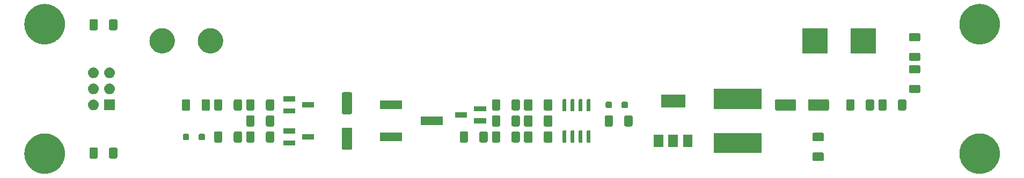
<source format=gbr>
G04 #@! TF.GenerationSoftware,KiCad,Pcbnew,7.0.9-7.0.9~ubuntu22.04.1*
G04 #@! TF.CreationDate,2023-12-30T14:19:54+01:00*
G04 #@! TF.ProjectId,Geiger Tube Driver,47656967-6572-4205-9475-626520447269,1.1*
G04 #@! TF.SameCoordinates,Original*
G04 #@! TF.FileFunction,Soldermask,Top*
G04 #@! TF.FilePolarity,Negative*
%FSLAX46Y46*%
G04 Gerber Fmt 4.6, Leading zero omitted, Abs format (unit mm)*
G04 Created by KiCad (PCBNEW 7.0.9-7.0.9~ubuntu22.04.1) date 2023-12-30 14:19:54*
%MOMM*%
%LPD*%
G01*
G04 APERTURE LIST*
G04 APERTURE END LIST*
G36*
X76854866Y-108394766D02*
G01*
X76943239Y-108394766D01*
X77037593Y-108405027D01*
X77128286Y-108410121D01*
X77206297Y-108423375D01*
X77287692Y-108432228D01*
X77386827Y-108454049D01*
X77482067Y-108470231D01*
X77552406Y-108490495D01*
X77626067Y-108506709D01*
X77728574Y-108541248D01*
X77826893Y-108569573D01*
X77889045Y-108595317D01*
X77954417Y-108617344D01*
X78058715Y-108665597D01*
X78158428Y-108706900D01*
X78212068Y-108736546D01*
X78268874Y-108762827D01*
X78373243Y-108825624D01*
X78472503Y-108880483D01*
X78517599Y-108912480D01*
X78565755Y-108941455D01*
X78668321Y-109019423D01*
X78765167Y-109088139D01*
X78801908Y-109120972D01*
X78841590Y-109151138D01*
X78940412Y-109244747D01*
X79032742Y-109327258D01*
X79061553Y-109359498D01*
X79093131Y-109389410D01*
X79186173Y-109498948D01*
X79271861Y-109594833D01*
X79293383Y-109625166D01*
X79317436Y-109653483D01*
X79402634Y-109779140D01*
X79479517Y-109887497D01*
X79494576Y-109914745D01*
X79511880Y-109940266D01*
X79587197Y-110082329D01*
X79653100Y-110201572D01*
X79662691Y-110224727D01*
X79674174Y-110246386D01*
X79737585Y-110405536D01*
X79790427Y-110533107D01*
X79795682Y-110551350D01*
X79802419Y-110568257D01*
X79852018Y-110746896D01*
X79889769Y-110877933D01*
X79891926Y-110890633D01*
X79895115Y-110902116D01*
X79929106Y-111109457D01*
X79949879Y-111231714D01*
X79950259Y-111238481D01*
X79951167Y-111244020D01*
X79967856Y-111551838D01*
X79970000Y-111590000D01*
X79967856Y-111628164D01*
X79951167Y-111935979D01*
X79950259Y-111941516D01*
X79949879Y-111948286D01*
X79929102Y-112070569D01*
X79895115Y-112277883D01*
X79891927Y-112289363D01*
X79889769Y-112302067D01*
X79852010Y-112433130D01*
X79802419Y-112611742D01*
X79795683Y-112628646D01*
X79790427Y-112646893D01*
X79737574Y-112774489D01*
X79674174Y-112933613D01*
X79662693Y-112955268D01*
X79653100Y-112978428D01*
X79587184Y-113097694D01*
X79511880Y-113239733D01*
X79494579Y-113265248D01*
X79479517Y-113292503D01*
X79402618Y-113400880D01*
X79317436Y-113526516D01*
X79293387Y-113554827D01*
X79271861Y-113585167D01*
X79186156Y-113681071D01*
X79093131Y-113790589D01*
X79061559Y-113820494D01*
X79032742Y-113852742D01*
X78940393Y-113935269D01*
X78841590Y-114028861D01*
X78801915Y-114059020D01*
X78765167Y-114091861D01*
X78668301Y-114160590D01*
X78565755Y-114238544D01*
X78517609Y-114267512D01*
X78472503Y-114299517D01*
X78373222Y-114354387D01*
X78268874Y-114417172D01*
X78212079Y-114443447D01*
X78158428Y-114473100D01*
X78058694Y-114514411D01*
X77954417Y-114562655D01*
X77889058Y-114584676D01*
X77826893Y-114610427D01*
X77728554Y-114638757D01*
X77626067Y-114673290D01*
X77552420Y-114689500D01*
X77482067Y-114709769D01*
X77386807Y-114725954D01*
X77287692Y-114747771D01*
X77206309Y-114756622D01*
X77128286Y-114769879D01*
X77037588Y-114774972D01*
X76943239Y-114785234D01*
X76854866Y-114785234D01*
X76770000Y-114790000D01*
X76685134Y-114785234D01*
X76596761Y-114785234D01*
X76502411Y-114774972D01*
X76411714Y-114769879D01*
X76333691Y-114756622D01*
X76252307Y-114747771D01*
X76153187Y-114725953D01*
X76057933Y-114709769D01*
X75987582Y-114689501D01*
X75913932Y-114673290D01*
X75811438Y-114638755D01*
X75713107Y-114610427D01*
X75650945Y-114584678D01*
X75585582Y-114562655D01*
X75481295Y-114514407D01*
X75381572Y-114473100D01*
X75327925Y-114443450D01*
X75271125Y-114417172D01*
X75166764Y-114354380D01*
X75067497Y-114299517D01*
X75022396Y-114267516D01*
X74974244Y-114238544D01*
X74871683Y-114160580D01*
X74774833Y-114091861D01*
X74738089Y-114059025D01*
X74698409Y-114028861D01*
X74599588Y-113935253D01*
X74507258Y-113852742D01*
X74478445Y-113820501D01*
X74446868Y-113790589D01*
X74353823Y-113681048D01*
X74268139Y-113585167D01*
X74246617Y-113554835D01*
X74222563Y-113526516D01*
X74137358Y-113400849D01*
X74060483Y-113292503D01*
X74045424Y-113265256D01*
X74028119Y-113239733D01*
X73952791Y-113097649D01*
X73886900Y-112978428D01*
X73877310Y-112955277D01*
X73865825Y-112933613D01*
X73802399Y-112774425D01*
X73749573Y-112646893D01*
X73744318Y-112628655D01*
X73737580Y-112611742D01*
X73687961Y-112433034D01*
X73650231Y-112302067D01*
X73648074Y-112289372D01*
X73644884Y-112277883D01*
X73610869Y-112070401D01*
X73590121Y-111948286D01*
X73589741Y-111941525D01*
X73588832Y-111935979D01*
X73572114Y-111627648D01*
X73570000Y-111590000D01*
X73572114Y-111552354D01*
X73588832Y-111244020D01*
X73589741Y-111238472D01*
X73590121Y-111231714D01*
X73610864Y-111109625D01*
X73644884Y-110902116D01*
X73648074Y-110890624D01*
X73650231Y-110877933D01*
X73687954Y-110746992D01*
X73737580Y-110568257D01*
X73744319Y-110551341D01*
X73749573Y-110533107D01*
X73802388Y-110405599D01*
X73865825Y-110246386D01*
X73877312Y-110224718D01*
X73886900Y-110201572D01*
X73952778Y-110082373D01*
X74028119Y-109940266D01*
X74045427Y-109914737D01*
X74060483Y-109887497D01*
X74137343Y-109779172D01*
X74222563Y-109653483D01*
X74246621Y-109625158D01*
X74268139Y-109594833D01*
X74353806Y-109498970D01*
X74446868Y-109389410D01*
X74478451Y-109359492D01*
X74507258Y-109327258D01*
X74599569Y-109244763D01*
X74698409Y-109151138D01*
X74738097Y-109120967D01*
X74774833Y-109088139D01*
X74871663Y-109019433D01*
X74974244Y-108941455D01*
X75022405Y-108912477D01*
X75067497Y-108880483D01*
X75166744Y-108825630D01*
X75271125Y-108762827D01*
X75327936Y-108736543D01*
X75381572Y-108706900D01*
X75481275Y-108665601D01*
X75585582Y-108617344D01*
X75650958Y-108595315D01*
X75713107Y-108569573D01*
X75811418Y-108541250D01*
X75913932Y-108506709D01*
X75987596Y-108490494D01*
X76057933Y-108470231D01*
X76153167Y-108454049D01*
X76252307Y-108432228D01*
X76333704Y-108423375D01*
X76411714Y-108410121D01*
X76502406Y-108405027D01*
X76596761Y-108394766D01*
X76685134Y-108394766D01*
X76770000Y-108390000D01*
X76854866Y-108394766D01*
G37*
G36*
X224354866Y-108394766D02*
G01*
X224443239Y-108394766D01*
X224537593Y-108405027D01*
X224628286Y-108410121D01*
X224706297Y-108423375D01*
X224787692Y-108432228D01*
X224886827Y-108454049D01*
X224982067Y-108470231D01*
X225052406Y-108490495D01*
X225126067Y-108506709D01*
X225228574Y-108541248D01*
X225326893Y-108569573D01*
X225389045Y-108595317D01*
X225454417Y-108617344D01*
X225558715Y-108665597D01*
X225658428Y-108706900D01*
X225712068Y-108736546D01*
X225768874Y-108762827D01*
X225873243Y-108825624D01*
X225972503Y-108880483D01*
X226017599Y-108912480D01*
X226065755Y-108941455D01*
X226168321Y-109019423D01*
X226265167Y-109088139D01*
X226301908Y-109120972D01*
X226341590Y-109151138D01*
X226440412Y-109244747D01*
X226532742Y-109327258D01*
X226561553Y-109359498D01*
X226593131Y-109389410D01*
X226686173Y-109498948D01*
X226771861Y-109594833D01*
X226793383Y-109625166D01*
X226817436Y-109653483D01*
X226902634Y-109779140D01*
X226979517Y-109887497D01*
X226994576Y-109914745D01*
X227011880Y-109940266D01*
X227087197Y-110082329D01*
X227153100Y-110201572D01*
X227162691Y-110224727D01*
X227174174Y-110246386D01*
X227237585Y-110405536D01*
X227290427Y-110533107D01*
X227295682Y-110551350D01*
X227302419Y-110568257D01*
X227352018Y-110746896D01*
X227389769Y-110877933D01*
X227391926Y-110890633D01*
X227395115Y-110902116D01*
X227429106Y-111109457D01*
X227449879Y-111231714D01*
X227450259Y-111238481D01*
X227451167Y-111244020D01*
X227467856Y-111551838D01*
X227470000Y-111590000D01*
X227467856Y-111628164D01*
X227451167Y-111935979D01*
X227450259Y-111941516D01*
X227449879Y-111948286D01*
X227429102Y-112070569D01*
X227395115Y-112277883D01*
X227391927Y-112289363D01*
X227389769Y-112302067D01*
X227352010Y-112433130D01*
X227302419Y-112611742D01*
X227295683Y-112628646D01*
X227290427Y-112646893D01*
X227237574Y-112774489D01*
X227174174Y-112933613D01*
X227162693Y-112955268D01*
X227153100Y-112978428D01*
X227087184Y-113097694D01*
X227011880Y-113239733D01*
X226994579Y-113265248D01*
X226979517Y-113292503D01*
X226902618Y-113400880D01*
X226817436Y-113526516D01*
X226793387Y-113554827D01*
X226771861Y-113585167D01*
X226686156Y-113681071D01*
X226593131Y-113790589D01*
X226561559Y-113820494D01*
X226532742Y-113852742D01*
X226440393Y-113935269D01*
X226341590Y-114028861D01*
X226301915Y-114059020D01*
X226265167Y-114091861D01*
X226168301Y-114160590D01*
X226065755Y-114238544D01*
X226017609Y-114267512D01*
X225972503Y-114299517D01*
X225873222Y-114354387D01*
X225768874Y-114417172D01*
X225712079Y-114443447D01*
X225658428Y-114473100D01*
X225558694Y-114514411D01*
X225454417Y-114562655D01*
X225389058Y-114584676D01*
X225326893Y-114610427D01*
X225228554Y-114638757D01*
X225126067Y-114673290D01*
X225052420Y-114689500D01*
X224982067Y-114709769D01*
X224886807Y-114725954D01*
X224787692Y-114747771D01*
X224706309Y-114756622D01*
X224628286Y-114769879D01*
X224537588Y-114774972D01*
X224443239Y-114785234D01*
X224354866Y-114785234D01*
X224270000Y-114790000D01*
X224185134Y-114785234D01*
X224096761Y-114785234D01*
X224002411Y-114774972D01*
X223911714Y-114769879D01*
X223833691Y-114756622D01*
X223752307Y-114747771D01*
X223653187Y-114725953D01*
X223557933Y-114709769D01*
X223487582Y-114689501D01*
X223413932Y-114673290D01*
X223311438Y-114638755D01*
X223213107Y-114610427D01*
X223150945Y-114584678D01*
X223085582Y-114562655D01*
X222981295Y-114514407D01*
X222881572Y-114473100D01*
X222827925Y-114443450D01*
X222771125Y-114417172D01*
X222666764Y-114354380D01*
X222567497Y-114299517D01*
X222522396Y-114267516D01*
X222474244Y-114238544D01*
X222371683Y-114160580D01*
X222274833Y-114091861D01*
X222238089Y-114059025D01*
X222198409Y-114028861D01*
X222099588Y-113935253D01*
X222007258Y-113852742D01*
X221978445Y-113820501D01*
X221946868Y-113790589D01*
X221853823Y-113681048D01*
X221768139Y-113585167D01*
X221746617Y-113554835D01*
X221722563Y-113526516D01*
X221637358Y-113400849D01*
X221560483Y-113292503D01*
X221545424Y-113265256D01*
X221528119Y-113239733D01*
X221452791Y-113097649D01*
X221386900Y-112978428D01*
X221377310Y-112955277D01*
X221365825Y-112933613D01*
X221302399Y-112774425D01*
X221249573Y-112646893D01*
X221244318Y-112628655D01*
X221237580Y-112611742D01*
X221187961Y-112433034D01*
X221150231Y-112302067D01*
X221148074Y-112289372D01*
X221144884Y-112277883D01*
X221110869Y-112070401D01*
X221090121Y-111948286D01*
X221089741Y-111941525D01*
X221088832Y-111935979D01*
X221072114Y-111627648D01*
X221070000Y-111590000D01*
X221072114Y-111552354D01*
X221088832Y-111244020D01*
X221089741Y-111238472D01*
X221090121Y-111231714D01*
X221110864Y-111109625D01*
X221144884Y-110902116D01*
X221148074Y-110890624D01*
X221150231Y-110877933D01*
X221187954Y-110746992D01*
X221237580Y-110568257D01*
X221244319Y-110551341D01*
X221249573Y-110533107D01*
X221302388Y-110405599D01*
X221365825Y-110246386D01*
X221377312Y-110224718D01*
X221386900Y-110201572D01*
X221452778Y-110082373D01*
X221528119Y-109940266D01*
X221545427Y-109914737D01*
X221560483Y-109887497D01*
X221637343Y-109779172D01*
X221722563Y-109653483D01*
X221746621Y-109625158D01*
X221768139Y-109594833D01*
X221853806Y-109498970D01*
X221946868Y-109389410D01*
X221978451Y-109359492D01*
X222007258Y-109327258D01*
X222099569Y-109244763D01*
X222198409Y-109151138D01*
X222238097Y-109120967D01*
X222274833Y-109088139D01*
X222371663Y-109019433D01*
X222474244Y-108941455D01*
X222522405Y-108912477D01*
X222567497Y-108880483D01*
X222666744Y-108825630D01*
X222771125Y-108762827D01*
X222827936Y-108736543D01*
X222881572Y-108706900D01*
X222981275Y-108665601D01*
X223085582Y-108617344D01*
X223150958Y-108595315D01*
X223213107Y-108569573D01*
X223311418Y-108541250D01*
X223413932Y-108506709D01*
X223487596Y-108490494D01*
X223557933Y-108470231D01*
X223653167Y-108454049D01*
X223752307Y-108432228D01*
X223833704Y-108423375D01*
X223911714Y-108410121D01*
X224002406Y-108405027D01*
X224096761Y-108394766D01*
X224185134Y-108394766D01*
X224270000Y-108390000D01*
X224354866Y-108394766D01*
G37*
G36*
X199434047Y-111423305D02*
G01*
X199485408Y-111429264D01*
X199502954Y-111437011D01*
X199525671Y-111441530D01*
X199549991Y-111457780D01*
X199570793Y-111466965D01*
X199585000Y-111481172D01*
X199606777Y-111495723D01*
X199621327Y-111517499D01*
X199635534Y-111531706D01*
X199644718Y-111552506D01*
X199660970Y-111576829D01*
X199665489Y-111599548D01*
X199673235Y-111617091D01*
X199679192Y-111668440D01*
X199680000Y-111672500D01*
X199680000Y-112497500D01*
X199679192Y-112501559D01*
X199673235Y-112552908D01*
X199665489Y-112570450D01*
X199660970Y-112593171D01*
X199644716Y-112617495D01*
X199635534Y-112638293D01*
X199621329Y-112652497D01*
X199606777Y-112674277D01*
X199584997Y-112688829D01*
X199570793Y-112703034D01*
X199549995Y-112712216D01*
X199525671Y-112728470D01*
X199502950Y-112732989D01*
X199485408Y-112740735D01*
X199434061Y-112746692D01*
X199430000Y-112747500D01*
X198130000Y-112747500D01*
X198125941Y-112746692D01*
X198074591Y-112740735D01*
X198057048Y-112732989D01*
X198034329Y-112728470D01*
X198010006Y-112712218D01*
X197989206Y-112703034D01*
X197974999Y-112688827D01*
X197953223Y-112674277D01*
X197938672Y-112652500D01*
X197924465Y-112638293D01*
X197915280Y-112617491D01*
X197899030Y-112593171D01*
X197894511Y-112570454D01*
X197886764Y-112552908D01*
X197880805Y-112501549D01*
X197880000Y-112497500D01*
X197880000Y-111672500D01*
X197880804Y-111668453D01*
X197886764Y-111617091D01*
X197894511Y-111599543D01*
X197899030Y-111576829D01*
X197915278Y-111552510D01*
X197924465Y-111531706D01*
X197938674Y-111517496D01*
X197953223Y-111495723D01*
X197974996Y-111481174D01*
X197989206Y-111466965D01*
X198010010Y-111457778D01*
X198034329Y-111441530D01*
X198057043Y-111437011D01*
X198074591Y-111429264D01*
X198125952Y-111423305D01*
X198130000Y-111422500D01*
X199430000Y-111422500D01*
X199434047Y-111423305D01*
G37*
G36*
X84884047Y-110625805D02*
G01*
X84935408Y-110631764D01*
X84952954Y-110639511D01*
X84975671Y-110644030D01*
X84999991Y-110660280D01*
X85020793Y-110669465D01*
X85035000Y-110683672D01*
X85056777Y-110698223D01*
X85071327Y-110719999D01*
X85085534Y-110734206D01*
X85094718Y-110755006D01*
X85110970Y-110779329D01*
X85115489Y-110802048D01*
X85123235Y-110819591D01*
X85129192Y-110870940D01*
X85130000Y-110875000D01*
X85130000Y-112125000D01*
X85129192Y-112129059D01*
X85123235Y-112180408D01*
X85115489Y-112197950D01*
X85110970Y-112220671D01*
X85094716Y-112244995D01*
X85085534Y-112265793D01*
X85071329Y-112279997D01*
X85056777Y-112301777D01*
X85034997Y-112316329D01*
X85020793Y-112330534D01*
X84999995Y-112339716D01*
X84975671Y-112355970D01*
X84952950Y-112360489D01*
X84935408Y-112368235D01*
X84884061Y-112374192D01*
X84880000Y-112375000D01*
X84080000Y-112375000D01*
X84075941Y-112374192D01*
X84024591Y-112368235D01*
X84007048Y-112360489D01*
X83984329Y-112355970D01*
X83960006Y-112339718D01*
X83939206Y-112330534D01*
X83924999Y-112316327D01*
X83903223Y-112301777D01*
X83888672Y-112280000D01*
X83874465Y-112265793D01*
X83865280Y-112244991D01*
X83849030Y-112220671D01*
X83844511Y-112197954D01*
X83836764Y-112180408D01*
X83830805Y-112129049D01*
X83830000Y-112125000D01*
X83830000Y-110875000D01*
X83830804Y-110870953D01*
X83836764Y-110819591D01*
X83844511Y-110802043D01*
X83849030Y-110779329D01*
X83865278Y-110755010D01*
X83874465Y-110734206D01*
X83888674Y-110719996D01*
X83903223Y-110698223D01*
X83924996Y-110683674D01*
X83939206Y-110669465D01*
X83960010Y-110660278D01*
X83984329Y-110644030D01*
X84007043Y-110639511D01*
X84024591Y-110631764D01*
X84075952Y-110625805D01*
X84080000Y-110625000D01*
X84880000Y-110625000D01*
X84884047Y-110625805D01*
G37*
G36*
X87984047Y-110625805D02*
G01*
X88035408Y-110631764D01*
X88052954Y-110639511D01*
X88075671Y-110644030D01*
X88099991Y-110660280D01*
X88120793Y-110669465D01*
X88135000Y-110683672D01*
X88156777Y-110698223D01*
X88171327Y-110719999D01*
X88185534Y-110734206D01*
X88194718Y-110755006D01*
X88210970Y-110779329D01*
X88215489Y-110802048D01*
X88223235Y-110819591D01*
X88229192Y-110870940D01*
X88230000Y-110875000D01*
X88230000Y-112125000D01*
X88229192Y-112129059D01*
X88223235Y-112180408D01*
X88215489Y-112197950D01*
X88210970Y-112220671D01*
X88194716Y-112244995D01*
X88185534Y-112265793D01*
X88171329Y-112279997D01*
X88156777Y-112301777D01*
X88134997Y-112316329D01*
X88120793Y-112330534D01*
X88099995Y-112339716D01*
X88075671Y-112355970D01*
X88052950Y-112360489D01*
X88035408Y-112368235D01*
X87984061Y-112374192D01*
X87980000Y-112375000D01*
X87180000Y-112375000D01*
X87175941Y-112374192D01*
X87124591Y-112368235D01*
X87107048Y-112360489D01*
X87084329Y-112355970D01*
X87060006Y-112339718D01*
X87039206Y-112330534D01*
X87024999Y-112316327D01*
X87003223Y-112301777D01*
X86988672Y-112280000D01*
X86974465Y-112265793D01*
X86965280Y-112244991D01*
X86949030Y-112220671D01*
X86944511Y-112197954D01*
X86936764Y-112180408D01*
X86930805Y-112129049D01*
X86930000Y-112125000D01*
X86930000Y-110875000D01*
X86930804Y-110870953D01*
X86936764Y-110819591D01*
X86944511Y-110802043D01*
X86949030Y-110779329D01*
X86965278Y-110755010D01*
X86974465Y-110734206D01*
X86988674Y-110719996D01*
X87003223Y-110698223D01*
X87024996Y-110683674D01*
X87039206Y-110669465D01*
X87060010Y-110660278D01*
X87084329Y-110644030D01*
X87107043Y-110639511D01*
X87124591Y-110631764D01*
X87175952Y-110625805D01*
X87180000Y-110625000D01*
X87980000Y-110625000D01*
X87984047Y-110625805D01*
G37*
G36*
X189830000Y-111500000D02*
G01*
X182330000Y-111500000D01*
X182330000Y-108320000D01*
X189830000Y-108320000D01*
X189830000Y-111500000D01*
G37*
G36*
X125014047Y-107470805D02*
G01*
X125065408Y-107476764D01*
X125082954Y-107484511D01*
X125105671Y-107489030D01*
X125129991Y-107505280D01*
X125150793Y-107514465D01*
X125165000Y-107528672D01*
X125186777Y-107543223D01*
X125201327Y-107564999D01*
X125215534Y-107579206D01*
X125224718Y-107600006D01*
X125240970Y-107624329D01*
X125245489Y-107647048D01*
X125253235Y-107664591D01*
X125259192Y-107715940D01*
X125260000Y-107720000D01*
X125260000Y-110720000D01*
X125259192Y-110724059D01*
X125253235Y-110775408D01*
X125245489Y-110792950D01*
X125240970Y-110815671D01*
X125224716Y-110839995D01*
X125215534Y-110860793D01*
X125201329Y-110874997D01*
X125186777Y-110896777D01*
X125164997Y-110911329D01*
X125150793Y-110925534D01*
X125129995Y-110934716D01*
X125105671Y-110950970D01*
X125082950Y-110955489D01*
X125065408Y-110963235D01*
X125014061Y-110969192D01*
X125010000Y-110970000D01*
X123910000Y-110970000D01*
X123905941Y-110969192D01*
X123854591Y-110963235D01*
X123837048Y-110955489D01*
X123814329Y-110950970D01*
X123790006Y-110934718D01*
X123769206Y-110925534D01*
X123754999Y-110911327D01*
X123733223Y-110896777D01*
X123718672Y-110875000D01*
X123704465Y-110860793D01*
X123695280Y-110839991D01*
X123679030Y-110815671D01*
X123674511Y-110792954D01*
X123666764Y-110775408D01*
X123660805Y-110724049D01*
X123660000Y-110720000D01*
X123660000Y-107720000D01*
X123660804Y-107715953D01*
X123666764Y-107664591D01*
X123674511Y-107647043D01*
X123679030Y-107624329D01*
X123695278Y-107600010D01*
X123704465Y-107579206D01*
X123718674Y-107564996D01*
X123733223Y-107543223D01*
X123754996Y-107528674D01*
X123769206Y-107514465D01*
X123790010Y-107505278D01*
X123814329Y-107489030D01*
X123837043Y-107484511D01*
X123854591Y-107476764D01*
X123905952Y-107470805D01*
X123910000Y-107470000D01*
X125010000Y-107470000D01*
X125014047Y-107470805D01*
G37*
G36*
X174370000Y-110570000D02*
G01*
X172870000Y-110570000D01*
X172870000Y-108570000D01*
X174370000Y-108570000D01*
X174370000Y-110570000D01*
G37*
G36*
X176670000Y-110570000D02*
G01*
X175170000Y-110570000D01*
X175170000Y-108570000D01*
X176670000Y-108570000D01*
X176670000Y-110570000D01*
G37*
G36*
X178970000Y-110570000D02*
G01*
X177470000Y-110570000D01*
X177470000Y-108570000D01*
X178970000Y-108570000D01*
X178970000Y-110570000D01*
G37*
G36*
X116290000Y-110310000D02*
G01*
X114390000Y-110310000D01*
X114390000Y-109510000D01*
X116290000Y-109510000D01*
X116290000Y-110310000D01*
G37*
G36*
X158982403Y-107931418D02*
G01*
X159031066Y-107963934D01*
X159063582Y-108012597D01*
X159075000Y-108070000D01*
X159075000Y-109720000D01*
X159063582Y-109777403D01*
X159031066Y-109826066D01*
X158982403Y-109858582D01*
X158925000Y-109870000D01*
X158625000Y-109870000D01*
X158567597Y-109858582D01*
X158518934Y-109826066D01*
X158486418Y-109777403D01*
X158475000Y-109720000D01*
X158475000Y-108070000D01*
X158486418Y-108012597D01*
X158518934Y-107963934D01*
X158567597Y-107931418D01*
X158625000Y-107920000D01*
X158925000Y-107920000D01*
X158982403Y-107931418D01*
G37*
G36*
X160252403Y-107931418D02*
G01*
X160301066Y-107963934D01*
X160333582Y-108012597D01*
X160345000Y-108070000D01*
X160345000Y-109720000D01*
X160333582Y-109777403D01*
X160301066Y-109826066D01*
X160252403Y-109858582D01*
X160195000Y-109870000D01*
X159895000Y-109870000D01*
X159837597Y-109858582D01*
X159788934Y-109826066D01*
X159756418Y-109777403D01*
X159745000Y-109720000D01*
X159745000Y-108070000D01*
X159756418Y-108012597D01*
X159788934Y-107963934D01*
X159837597Y-107931418D01*
X159895000Y-107920000D01*
X160195000Y-107920000D01*
X160252403Y-107931418D01*
G37*
G36*
X161522403Y-107931418D02*
G01*
X161571066Y-107963934D01*
X161603582Y-108012597D01*
X161615000Y-108070000D01*
X161615000Y-109720000D01*
X161603582Y-109777403D01*
X161571066Y-109826066D01*
X161522403Y-109858582D01*
X161465000Y-109870000D01*
X161165000Y-109870000D01*
X161107597Y-109858582D01*
X161058934Y-109826066D01*
X161026418Y-109777403D01*
X161015000Y-109720000D01*
X161015000Y-108070000D01*
X161026418Y-108012597D01*
X161058934Y-107963934D01*
X161107597Y-107931418D01*
X161165000Y-107920000D01*
X161465000Y-107920000D01*
X161522403Y-107931418D01*
G37*
G36*
X162792403Y-107931418D02*
G01*
X162841066Y-107963934D01*
X162873582Y-108012597D01*
X162885000Y-108070000D01*
X162885000Y-109720000D01*
X162873582Y-109777403D01*
X162841066Y-109826066D01*
X162792403Y-109858582D01*
X162735000Y-109870000D01*
X162435000Y-109870000D01*
X162377597Y-109858582D01*
X162328934Y-109826066D01*
X162296418Y-109777403D01*
X162285000Y-109720000D01*
X162285000Y-108070000D01*
X162296418Y-108012597D01*
X162328934Y-107963934D01*
X162377597Y-107931418D01*
X162435000Y-107920000D01*
X162735000Y-107920000D01*
X162792403Y-107931418D01*
G37*
G36*
X153476547Y-108060805D02*
G01*
X153527908Y-108066764D01*
X153545454Y-108074511D01*
X153568171Y-108079030D01*
X153592491Y-108095280D01*
X153613293Y-108104465D01*
X153627500Y-108118672D01*
X153649277Y-108133223D01*
X153663827Y-108154999D01*
X153678034Y-108169206D01*
X153687218Y-108190006D01*
X153703470Y-108214329D01*
X153707989Y-108237048D01*
X153715735Y-108254591D01*
X153721692Y-108305940D01*
X153722500Y-108310000D01*
X153722500Y-109610000D01*
X153721692Y-109614059D01*
X153715735Y-109665408D01*
X153707989Y-109682950D01*
X153703470Y-109705671D01*
X153687216Y-109729995D01*
X153678034Y-109750793D01*
X153663829Y-109764997D01*
X153649277Y-109786777D01*
X153627497Y-109801329D01*
X153613293Y-109815534D01*
X153592495Y-109824716D01*
X153568171Y-109840970D01*
X153545450Y-109845489D01*
X153527908Y-109853235D01*
X153476561Y-109859192D01*
X153472500Y-109860000D01*
X152647500Y-109860000D01*
X152643441Y-109859192D01*
X152592091Y-109853235D01*
X152574548Y-109845489D01*
X152551829Y-109840970D01*
X152527506Y-109824718D01*
X152506706Y-109815534D01*
X152492499Y-109801327D01*
X152470723Y-109786777D01*
X152456172Y-109765000D01*
X152441965Y-109750793D01*
X152432780Y-109729991D01*
X152416530Y-109705671D01*
X152412011Y-109682954D01*
X152404264Y-109665408D01*
X152398305Y-109614049D01*
X152397500Y-109610000D01*
X152397500Y-108310000D01*
X152398304Y-108305953D01*
X152404264Y-108254591D01*
X152412011Y-108237043D01*
X152416530Y-108214329D01*
X152432778Y-108190010D01*
X152441965Y-108169206D01*
X152456174Y-108154996D01*
X152470723Y-108133223D01*
X152492496Y-108118674D01*
X152506706Y-108104465D01*
X152527510Y-108095278D01*
X152551829Y-108079030D01*
X152574543Y-108074511D01*
X152592091Y-108066764D01*
X152643452Y-108060805D01*
X152647500Y-108060000D01*
X153472500Y-108060000D01*
X153476547Y-108060805D01*
G37*
G36*
X156601547Y-108060805D02*
G01*
X156652908Y-108066764D01*
X156670454Y-108074511D01*
X156693171Y-108079030D01*
X156717491Y-108095280D01*
X156738293Y-108104465D01*
X156752500Y-108118672D01*
X156774277Y-108133223D01*
X156788827Y-108154999D01*
X156803034Y-108169206D01*
X156812218Y-108190006D01*
X156828470Y-108214329D01*
X156832989Y-108237048D01*
X156840735Y-108254591D01*
X156846692Y-108305940D01*
X156847500Y-108310000D01*
X156847500Y-109610000D01*
X156846692Y-109614059D01*
X156840735Y-109665408D01*
X156832989Y-109682950D01*
X156828470Y-109705671D01*
X156812216Y-109729995D01*
X156803034Y-109750793D01*
X156788829Y-109764997D01*
X156774277Y-109786777D01*
X156752497Y-109801329D01*
X156738293Y-109815534D01*
X156717495Y-109824716D01*
X156693171Y-109840970D01*
X156670450Y-109845489D01*
X156652908Y-109853235D01*
X156601561Y-109859192D01*
X156597500Y-109860000D01*
X155772500Y-109860000D01*
X155768441Y-109859192D01*
X155717091Y-109853235D01*
X155699548Y-109845489D01*
X155676829Y-109840970D01*
X155652506Y-109824718D01*
X155631706Y-109815534D01*
X155617499Y-109801327D01*
X155595723Y-109786777D01*
X155581172Y-109765000D01*
X155566965Y-109750793D01*
X155557780Y-109729991D01*
X155541530Y-109705671D01*
X155537011Y-109682954D01*
X155529264Y-109665408D01*
X155523305Y-109614049D01*
X155522500Y-109610000D01*
X155522500Y-108310000D01*
X155523304Y-108305953D01*
X155529264Y-108254591D01*
X155537011Y-108237043D01*
X155541530Y-108214329D01*
X155557778Y-108190010D01*
X155566965Y-108169206D01*
X155581174Y-108154996D01*
X155595723Y-108133223D01*
X155617496Y-108118674D01*
X155631706Y-108104465D01*
X155652510Y-108095278D01*
X155676829Y-108079030D01*
X155699543Y-108074511D01*
X155717091Y-108066764D01*
X155768452Y-108060805D01*
X155772500Y-108060000D01*
X156597500Y-108060000D01*
X156601547Y-108060805D01*
G37*
G36*
X104544047Y-108085805D02*
G01*
X104595408Y-108091764D01*
X104612954Y-108099511D01*
X104635671Y-108104030D01*
X104659991Y-108120280D01*
X104680793Y-108129465D01*
X104695000Y-108143672D01*
X104716777Y-108158223D01*
X104731327Y-108179999D01*
X104745534Y-108194206D01*
X104754718Y-108215006D01*
X104770970Y-108239329D01*
X104775489Y-108262048D01*
X104783235Y-108279591D01*
X104789192Y-108330940D01*
X104790000Y-108335000D01*
X104790000Y-109585000D01*
X104789192Y-109589059D01*
X104783235Y-109640408D01*
X104775489Y-109657950D01*
X104770970Y-109680671D01*
X104754716Y-109704995D01*
X104745534Y-109725793D01*
X104731329Y-109739997D01*
X104716777Y-109761777D01*
X104694997Y-109776329D01*
X104680793Y-109790534D01*
X104659995Y-109799716D01*
X104635671Y-109815970D01*
X104612950Y-109820489D01*
X104595408Y-109828235D01*
X104544061Y-109834192D01*
X104540000Y-109835000D01*
X103740000Y-109835000D01*
X103735941Y-109834192D01*
X103684591Y-109828235D01*
X103667048Y-109820489D01*
X103644329Y-109815970D01*
X103620006Y-109799718D01*
X103599206Y-109790534D01*
X103584999Y-109776327D01*
X103563223Y-109761777D01*
X103548672Y-109740000D01*
X103534465Y-109725793D01*
X103525280Y-109704991D01*
X103509030Y-109680671D01*
X103504511Y-109657954D01*
X103496764Y-109640408D01*
X103490805Y-109589049D01*
X103490000Y-109585000D01*
X103490000Y-108335000D01*
X103490804Y-108330953D01*
X103496764Y-108279591D01*
X103504511Y-108262043D01*
X103509030Y-108239329D01*
X103525278Y-108215010D01*
X103534465Y-108194206D01*
X103548674Y-108179996D01*
X103563223Y-108158223D01*
X103584996Y-108143674D01*
X103599206Y-108129465D01*
X103620010Y-108120278D01*
X103644329Y-108104030D01*
X103667043Y-108099511D01*
X103684591Y-108091764D01*
X103735952Y-108085805D01*
X103740000Y-108085000D01*
X104540000Y-108085000D01*
X104544047Y-108085805D01*
G37*
G36*
X107644047Y-108085805D02*
G01*
X107695408Y-108091764D01*
X107712954Y-108099511D01*
X107735671Y-108104030D01*
X107759991Y-108120280D01*
X107780793Y-108129465D01*
X107795000Y-108143672D01*
X107816777Y-108158223D01*
X107831327Y-108179999D01*
X107845534Y-108194206D01*
X107854718Y-108215006D01*
X107870970Y-108239329D01*
X107875489Y-108262048D01*
X107883235Y-108279591D01*
X107889192Y-108330940D01*
X107890000Y-108335000D01*
X107890000Y-109585000D01*
X107889192Y-109589059D01*
X107883235Y-109640408D01*
X107875489Y-109657950D01*
X107870970Y-109680671D01*
X107854716Y-109704995D01*
X107845534Y-109725793D01*
X107831329Y-109739997D01*
X107816777Y-109761777D01*
X107794997Y-109776329D01*
X107780793Y-109790534D01*
X107759995Y-109799716D01*
X107735671Y-109815970D01*
X107712950Y-109820489D01*
X107695408Y-109828235D01*
X107644061Y-109834192D01*
X107640000Y-109835000D01*
X106840000Y-109835000D01*
X106835941Y-109834192D01*
X106784591Y-109828235D01*
X106767048Y-109820489D01*
X106744329Y-109815970D01*
X106720006Y-109799718D01*
X106699206Y-109790534D01*
X106684999Y-109776327D01*
X106663223Y-109761777D01*
X106648672Y-109740000D01*
X106634465Y-109725793D01*
X106625280Y-109704991D01*
X106609030Y-109680671D01*
X106604511Y-109657954D01*
X106596764Y-109640408D01*
X106590805Y-109589049D01*
X106590000Y-109585000D01*
X106590000Y-108335000D01*
X106590804Y-108330953D01*
X106596764Y-108279591D01*
X106604511Y-108262043D01*
X106609030Y-108239329D01*
X106625278Y-108215010D01*
X106634465Y-108194206D01*
X106648674Y-108179996D01*
X106663223Y-108158223D01*
X106684996Y-108143674D01*
X106699206Y-108129465D01*
X106720010Y-108120278D01*
X106744329Y-108104030D01*
X106767043Y-108099511D01*
X106784591Y-108091764D01*
X106835952Y-108085805D01*
X106840000Y-108085000D01*
X107640000Y-108085000D01*
X107644047Y-108085805D01*
G37*
G36*
X109624047Y-108085805D02*
G01*
X109675408Y-108091764D01*
X109692954Y-108099511D01*
X109715671Y-108104030D01*
X109739991Y-108120280D01*
X109760793Y-108129465D01*
X109775000Y-108143672D01*
X109796777Y-108158223D01*
X109811327Y-108179999D01*
X109825534Y-108194206D01*
X109834718Y-108215006D01*
X109850970Y-108239329D01*
X109855489Y-108262048D01*
X109863235Y-108279591D01*
X109869192Y-108330940D01*
X109870000Y-108335000D01*
X109870000Y-109585000D01*
X109869192Y-109589059D01*
X109863235Y-109640408D01*
X109855489Y-109657950D01*
X109850970Y-109680671D01*
X109834716Y-109704995D01*
X109825534Y-109725793D01*
X109811329Y-109739997D01*
X109796777Y-109761777D01*
X109774997Y-109776329D01*
X109760793Y-109790534D01*
X109739995Y-109799716D01*
X109715671Y-109815970D01*
X109692950Y-109820489D01*
X109675408Y-109828235D01*
X109624061Y-109834192D01*
X109620000Y-109835000D01*
X108820000Y-109835000D01*
X108815941Y-109834192D01*
X108764591Y-109828235D01*
X108747048Y-109820489D01*
X108724329Y-109815970D01*
X108700006Y-109799718D01*
X108679206Y-109790534D01*
X108664999Y-109776327D01*
X108643223Y-109761777D01*
X108628672Y-109740000D01*
X108614465Y-109725793D01*
X108605280Y-109704991D01*
X108589030Y-109680671D01*
X108584511Y-109657954D01*
X108576764Y-109640408D01*
X108570805Y-109589049D01*
X108570000Y-109585000D01*
X108570000Y-108335000D01*
X108570804Y-108330953D01*
X108576764Y-108279591D01*
X108584511Y-108262043D01*
X108589030Y-108239329D01*
X108605278Y-108215010D01*
X108614465Y-108194206D01*
X108628674Y-108179996D01*
X108643223Y-108158223D01*
X108664996Y-108143674D01*
X108679206Y-108129465D01*
X108700010Y-108120278D01*
X108724329Y-108104030D01*
X108747043Y-108099511D01*
X108764591Y-108091764D01*
X108815952Y-108085805D01*
X108820000Y-108085000D01*
X109620000Y-108085000D01*
X109624047Y-108085805D01*
G37*
G36*
X112724047Y-108085805D02*
G01*
X112775408Y-108091764D01*
X112792954Y-108099511D01*
X112815671Y-108104030D01*
X112839991Y-108120280D01*
X112860793Y-108129465D01*
X112875000Y-108143672D01*
X112896777Y-108158223D01*
X112911327Y-108179999D01*
X112925534Y-108194206D01*
X112934718Y-108215006D01*
X112950970Y-108239329D01*
X112955489Y-108262048D01*
X112963235Y-108279591D01*
X112969192Y-108330940D01*
X112970000Y-108335000D01*
X112970000Y-109585000D01*
X112969192Y-109589059D01*
X112963235Y-109640408D01*
X112955489Y-109657950D01*
X112950970Y-109680671D01*
X112934716Y-109704995D01*
X112925534Y-109725793D01*
X112911329Y-109739997D01*
X112896777Y-109761777D01*
X112874997Y-109776329D01*
X112860793Y-109790534D01*
X112839995Y-109799716D01*
X112815671Y-109815970D01*
X112792950Y-109820489D01*
X112775408Y-109828235D01*
X112724061Y-109834192D01*
X112720000Y-109835000D01*
X111920000Y-109835000D01*
X111915941Y-109834192D01*
X111864591Y-109828235D01*
X111847048Y-109820489D01*
X111824329Y-109815970D01*
X111800006Y-109799718D01*
X111779206Y-109790534D01*
X111764999Y-109776327D01*
X111743223Y-109761777D01*
X111728672Y-109740000D01*
X111714465Y-109725793D01*
X111705280Y-109704991D01*
X111689030Y-109680671D01*
X111684511Y-109657954D01*
X111676764Y-109640408D01*
X111670805Y-109589049D01*
X111670000Y-109585000D01*
X111670000Y-108335000D01*
X111670804Y-108330953D01*
X111676764Y-108279591D01*
X111684511Y-108262043D01*
X111689030Y-108239329D01*
X111705278Y-108215010D01*
X111714465Y-108194206D01*
X111728674Y-108179996D01*
X111743223Y-108158223D01*
X111764996Y-108143674D01*
X111779206Y-108129465D01*
X111800010Y-108120278D01*
X111824329Y-108104030D01*
X111847043Y-108099511D01*
X111864591Y-108091764D01*
X111915952Y-108085805D01*
X111920000Y-108085000D01*
X112720000Y-108085000D01*
X112724047Y-108085805D01*
G37*
G36*
X143304047Y-108085805D02*
G01*
X143355408Y-108091764D01*
X143372954Y-108099511D01*
X143395671Y-108104030D01*
X143419991Y-108120280D01*
X143440793Y-108129465D01*
X143455000Y-108143672D01*
X143476777Y-108158223D01*
X143491327Y-108179999D01*
X143505534Y-108194206D01*
X143514718Y-108215006D01*
X143530970Y-108239329D01*
X143535489Y-108262048D01*
X143543235Y-108279591D01*
X143549192Y-108330940D01*
X143550000Y-108335000D01*
X143550000Y-109585000D01*
X143549192Y-109589059D01*
X143543235Y-109640408D01*
X143535489Y-109657950D01*
X143530970Y-109680671D01*
X143514716Y-109704995D01*
X143505534Y-109725793D01*
X143491329Y-109739997D01*
X143476777Y-109761777D01*
X143454997Y-109776329D01*
X143440793Y-109790534D01*
X143419995Y-109799716D01*
X143395671Y-109815970D01*
X143372950Y-109820489D01*
X143355408Y-109828235D01*
X143304061Y-109834192D01*
X143300000Y-109835000D01*
X142500000Y-109835000D01*
X142495941Y-109834192D01*
X142444591Y-109828235D01*
X142427048Y-109820489D01*
X142404329Y-109815970D01*
X142380006Y-109799718D01*
X142359206Y-109790534D01*
X142344999Y-109776327D01*
X142323223Y-109761777D01*
X142308672Y-109740000D01*
X142294465Y-109725793D01*
X142285280Y-109704991D01*
X142269030Y-109680671D01*
X142264511Y-109657954D01*
X142256764Y-109640408D01*
X142250805Y-109589049D01*
X142250000Y-109585000D01*
X142250000Y-108335000D01*
X142250804Y-108330953D01*
X142256764Y-108279591D01*
X142264511Y-108262043D01*
X142269030Y-108239329D01*
X142285278Y-108215010D01*
X142294465Y-108194206D01*
X142308674Y-108179996D01*
X142323223Y-108158223D01*
X142344996Y-108143674D01*
X142359206Y-108129465D01*
X142380010Y-108120278D01*
X142404329Y-108104030D01*
X142427043Y-108099511D01*
X142444591Y-108091764D01*
X142495952Y-108085805D01*
X142500000Y-108085000D01*
X143300000Y-108085000D01*
X143304047Y-108085805D01*
G37*
G36*
X146404047Y-108085805D02*
G01*
X146455408Y-108091764D01*
X146472954Y-108099511D01*
X146495671Y-108104030D01*
X146519991Y-108120280D01*
X146540793Y-108129465D01*
X146555000Y-108143672D01*
X146576777Y-108158223D01*
X146591327Y-108179999D01*
X146605534Y-108194206D01*
X146614718Y-108215006D01*
X146630970Y-108239329D01*
X146635489Y-108262048D01*
X146643235Y-108279591D01*
X146649192Y-108330940D01*
X146650000Y-108335000D01*
X146650000Y-109585000D01*
X146649192Y-109589059D01*
X146643235Y-109640408D01*
X146635489Y-109657950D01*
X146630970Y-109680671D01*
X146614716Y-109704995D01*
X146605534Y-109725793D01*
X146591329Y-109739997D01*
X146576777Y-109761777D01*
X146554997Y-109776329D01*
X146540793Y-109790534D01*
X146519995Y-109799716D01*
X146495671Y-109815970D01*
X146472950Y-109820489D01*
X146455408Y-109828235D01*
X146404061Y-109834192D01*
X146400000Y-109835000D01*
X145600000Y-109835000D01*
X145595941Y-109834192D01*
X145544591Y-109828235D01*
X145527048Y-109820489D01*
X145504329Y-109815970D01*
X145480006Y-109799718D01*
X145459206Y-109790534D01*
X145444999Y-109776327D01*
X145423223Y-109761777D01*
X145408672Y-109740000D01*
X145394465Y-109725793D01*
X145385280Y-109704991D01*
X145369030Y-109680671D01*
X145364511Y-109657954D01*
X145356764Y-109640408D01*
X145350805Y-109589049D01*
X145350000Y-109585000D01*
X145350000Y-108335000D01*
X145350804Y-108330953D01*
X145356764Y-108279591D01*
X145364511Y-108262043D01*
X145369030Y-108239329D01*
X145385278Y-108215010D01*
X145394465Y-108194206D01*
X145408674Y-108179996D01*
X145423223Y-108158223D01*
X145444996Y-108143674D01*
X145459206Y-108129465D01*
X145480010Y-108120278D01*
X145504329Y-108104030D01*
X145527043Y-108099511D01*
X145544591Y-108091764D01*
X145595952Y-108085805D01*
X145600000Y-108085000D01*
X146400000Y-108085000D01*
X146404047Y-108085805D01*
G37*
G36*
X148384047Y-108085805D02*
G01*
X148435408Y-108091764D01*
X148452954Y-108099511D01*
X148475671Y-108104030D01*
X148499991Y-108120280D01*
X148520793Y-108129465D01*
X148535000Y-108143672D01*
X148556777Y-108158223D01*
X148571327Y-108179999D01*
X148585534Y-108194206D01*
X148594718Y-108215006D01*
X148610970Y-108239329D01*
X148615489Y-108262048D01*
X148623235Y-108279591D01*
X148629192Y-108330940D01*
X148630000Y-108335000D01*
X148630000Y-109585000D01*
X148629192Y-109589059D01*
X148623235Y-109640408D01*
X148615489Y-109657950D01*
X148610970Y-109680671D01*
X148594716Y-109704995D01*
X148585534Y-109725793D01*
X148571329Y-109739997D01*
X148556777Y-109761777D01*
X148534997Y-109776329D01*
X148520793Y-109790534D01*
X148499995Y-109799716D01*
X148475671Y-109815970D01*
X148452950Y-109820489D01*
X148435408Y-109828235D01*
X148384061Y-109834192D01*
X148380000Y-109835000D01*
X147580000Y-109835000D01*
X147575941Y-109834192D01*
X147524591Y-109828235D01*
X147507048Y-109820489D01*
X147484329Y-109815970D01*
X147460006Y-109799718D01*
X147439206Y-109790534D01*
X147424999Y-109776327D01*
X147403223Y-109761777D01*
X147388672Y-109740000D01*
X147374465Y-109725793D01*
X147365280Y-109704991D01*
X147349030Y-109680671D01*
X147344511Y-109657954D01*
X147336764Y-109640408D01*
X147330805Y-109589049D01*
X147330000Y-109585000D01*
X147330000Y-108335000D01*
X147330804Y-108330953D01*
X147336764Y-108279591D01*
X147344511Y-108262043D01*
X147349030Y-108239329D01*
X147365278Y-108215010D01*
X147374465Y-108194206D01*
X147388674Y-108179996D01*
X147403223Y-108158223D01*
X147424996Y-108143674D01*
X147439206Y-108129465D01*
X147460010Y-108120278D01*
X147484329Y-108104030D01*
X147507043Y-108099511D01*
X147524591Y-108091764D01*
X147575952Y-108085805D01*
X147580000Y-108085000D01*
X148380000Y-108085000D01*
X148384047Y-108085805D01*
G37*
G36*
X151484047Y-108085805D02*
G01*
X151535408Y-108091764D01*
X151552954Y-108099511D01*
X151575671Y-108104030D01*
X151599991Y-108120280D01*
X151620793Y-108129465D01*
X151635000Y-108143672D01*
X151656777Y-108158223D01*
X151671327Y-108179999D01*
X151685534Y-108194206D01*
X151694718Y-108215006D01*
X151710970Y-108239329D01*
X151715489Y-108262048D01*
X151723235Y-108279591D01*
X151729192Y-108330940D01*
X151730000Y-108335000D01*
X151730000Y-109585000D01*
X151729192Y-109589059D01*
X151723235Y-109640408D01*
X151715489Y-109657950D01*
X151710970Y-109680671D01*
X151694716Y-109704995D01*
X151685534Y-109725793D01*
X151671329Y-109739997D01*
X151656777Y-109761777D01*
X151634997Y-109776329D01*
X151620793Y-109790534D01*
X151599995Y-109799716D01*
X151575671Y-109815970D01*
X151552950Y-109820489D01*
X151535408Y-109828235D01*
X151484061Y-109834192D01*
X151480000Y-109835000D01*
X150680000Y-109835000D01*
X150675941Y-109834192D01*
X150624591Y-109828235D01*
X150607048Y-109820489D01*
X150584329Y-109815970D01*
X150560006Y-109799718D01*
X150539206Y-109790534D01*
X150524999Y-109776327D01*
X150503223Y-109761777D01*
X150488672Y-109740000D01*
X150474465Y-109725793D01*
X150465280Y-109704991D01*
X150449030Y-109680671D01*
X150444511Y-109657954D01*
X150436764Y-109640408D01*
X150430805Y-109589049D01*
X150430000Y-109585000D01*
X150430000Y-108335000D01*
X150430804Y-108330953D01*
X150436764Y-108279591D01*
X150444511Y-108262043D01*
X150449030Y-108239329D01*
X150465278Y-108215010D01*
X150474465Y-108194206D01*
X150488674Y-108179996D01*
X150503223Y-108158223D01*
X150524996Y-108143674D01*
X150539206Y-108129465D01*
X150560010Y-108120278D01*
X150584329Y-108104030D01*
X150607043Y-108099511D01*
X150624591Y-108091764D01*
X150675952Y-108085805D01*
X150680000Y-108085000D01*
X151480000Y-108085000D01*
X151484047Y-108085805D01*
G37*
G36*
X133109034Y-108270764D02*
G01*
X133142125Y-108292875D01*
X133164236Y-108325966D01*
X133172000Y-108365000D01*
X133172000Y-109555000D01*
X133164236Y-109594034D01*
X133142125Y-109627125D01*
X133109034Y-109649236D01*
X133070000Y-109657000D01*
X129770000Y-109657000D01*
X129730966Y-109649236D01*
X129697875Y-109627125D01*
X129675764Y-109594034D01*
X129668000Y-109555000D01*
X129668000Y-108365000D01*
X129675764Y-108325966D01*
X129697875Y-108292875D01*
X129730966Y-108270764D01*
X129770000Y-108263000D01*
X133070000Y-108263000D01*
X133109034Y-108270764D01*
G37*
G36*
X199434047Y-108298305D02*
G01*
X199485408Y-108304264D01*
X199502954Y-108312011D01*
X199525671Y-108316530D01*
X199549991Y-108332780D01*
X199570793Y-108341965D01*
X199585000Y-108356172D01*
X199606777Y-108370723D01*
X199621327Y-108392499D01*
X199635534Y-108406706D01*
X199644718Y-108427506D01*
X199660970Y-108451829D01*
X199665489Y-108474548D01*
X199673235Y-108492091D01*
X199679192Y-108543440D01*
X199680000Y-108547500D01*
X199680000Y-109372500D01*
X199679192Y-109376559D01*
X199673235Y-109427908D01*
X199665489Y-109445450D01*
X199660970Y-109468171D01*
X199644716Y-109492495D01*
X199635534Y-109513293D01*
X199621329Y-109527497D01*
X199606777Y-109549277D01*
X199584997Y-109563829D01*
X199570793Y-109578034D01*
X199549995Y-109587216D01*
X199525671Y-109603470D01*
X199502950Y-109607989D01*
X199485408Y-109615735D01*
X199434061Y-109621692D01*
X199430000Y-109622500D01*
X198130000Y-109622500D01*
X198125941Y-109621692D01*
X198074591Y-109615735D01*
X198057048Y-109607989D01*
X198034329Y-109603470D01*
X198010006Y-109587218D01*
X197989206Y-109578034D01*
X197974999Y-109563827D01*
X197953223Y-109549277D01*
X197938672Y-109527500D01*
X197924465Y-109513293D01*
X197915280Y-109492491D01*
X197899030Y-109468171D01*
X197894511Y-109445454D01*
X197886764Y-109427908D01*
X197880805Y-109376549D01*
X197880000Y-109372500D01*
X197880000Y-108547500D01*
X197880804Y-108543453D01*
X197886764Y-108492091D01*
X197894511Y-108474543D01*
X197899030Y-108451829D01*
X197915278Y-108427510D01*
X197924465Y-108406706D01*
X197938674Y-108392496D01*
X197953223Y-108370723D01*
X197974996Y-108356174D01*
X197989206Y-108341965D01*
X198010010Y-108332778D01*
X198034329Y-108316530D01*
X198057043Y-108312011D01*
X198074591Y-108304264D01*
X198125952Y-108298305D01*
X198130000Y-108297500D01*
X199430000Y-108297500D01*
X199434047Y-108298305D01*
G37*
G36*
X99314047Y-108460805D02*
G01*
X99365408Y-108466764D01*
X99382954Y-108474511D01*
X99405671Y-108479030D01*
X99429991Y-108495280D01*
X99450793Y-108504465D01*
X99465000Y-108518672D01*
X99486777Y-108533223D01*
X99501327Y-108554999D01*
X99515534Y-108569206D01*
X99524718Y-108590006D01*
X99540970Y-108614329D01*
X99545489Y-108637048D01*
X99553235Y-108654591D01*
X99559192Y-108705940D01*
X99560000Y-108710000D01*
X99560000Y-109210000D01*
X99559192Y-109214059D01*
X99553235Y-109265408D01*
X99545489Y-109282950D01*
X99540970Y-109305671D01*
X99524716Y-109329995D01*
X99515534Y-109350793D01*
X99501329Y-109364997D01*
X99486777Y-109386777D01*
X99464997Y-109401329D01*
X99450793Y-109415534D01*
X99429995Y-109424716D01*
X99405671Y-109440970D01*
X99382950Y-109445489D01*
X99365408Y-109453235D01*
X99314061Y-109459192D01*
X99310000Y-109460000D01*
X98810000Y-109460000D01*
X98805941Y-109459192D01*
X98754591Y-109453235D01*
X98737048Y-109445489D01*
X98714329Y-109440970D01*
X98690006Y-109424718D01*
X98669206Y-109415534D01*
X98654999Y-109401327D01*
X98633223Y-109386777D01*
X98618672Y-109365000D01*
X98604465Y-109350793D01*
X98595280Y-109329991D01*
X98579030Y-109305671D01*
X98574511Y-109282954D01*
X98566764Y-109265408D01*
X98560805Y-109214049D01*
X98560000Y-109210000D01*
X98560000Y-108710000D01*
X98560804Y-108705953D01*
X98566764Y-108654591D01*
X98574511Y-108637043D01*
X98579030Y-108614329D01*
X98595278Y-108590010D01*
X98604465Y-108569206D01*
X98618674Y-108554996D01*
X98633223Y-108533223D01*
X98654996Y-108518674D01*
X98669206Y-108504465D01*
X98690010Y-108495278D01*
X98714329Y-108479030D01*
X98737043Y-108474511D01*
X98754591Y-108466764D01*
X98805952Y-108460805D01*
X98810000Y-108460000D01*
X99310000Y-108460000D01*
X99314047Y-108460805D01*
G37*
G36*
X101814047Y-108460805D02*
G01*
X101865408Y-108466764D01*
X101882954Y-108474511D01*
X101905671Y-108479030D01*
X101929991Y-108495280D01*
X101950793Y-108504465D01*
X101965000Y-108518672D01*
X101986777Y-108533223D01*
X102001327Y-108554999D01*
X102015534Y-108569206D01*
X102024718Y-108590006D01*
X102040970Y-108614329D01*
X102045489Y-108637048D01*
X102053235Y-108654591D01*
X102059192Y-108705940D01*
X102060000Y-108710000D01*
X102060000Y-109210000D01*
X102059192Y-109214059D01*
X102053235Y-109265408D01*
X102045489Y-109282950D01*
X102040970Y-109305671D01*
X102024716Y-109329995D01*
X102015534Y-109350793D01*
X102001329Y-109364997D01*
X101986777Y-109386777D01*
X101964997Y-109401329D01*
X101950793Y-109415534D01*
X101929995Y-109424716D01*
X101905671Y-109440970D01*
X101882950Y-109445489D01*
X101865408Y-109453235D01*
X101814061Y-109459192D01*
X101810000Y-109460000D01*
X101310000Y-109460000D01*
X101305941Y-109459192D01*
X101254591Y-109453235D01*
X101237048Y-109445489D01*
X101214329Y-109440970D01*
X101190006Y-109424718D01*
X101169206Y-109415534D01*
X101154999Y-109401327D01*
X101133223Y-109386777D01*
X101118672Y-109365000D01*
X101104465Y-109350793D01*
X101095280Y-109329991D01*
X101079030Y-109305671D01*
X101074511Y-109282954D01*
X101066764Y-109265408D01*
X101060805Y-109214049D01*
X101060000Y-109210000D01*
X101060000Y-108710000D01*
X101060804Y-108705953D01*
X101066764Y-108654591D01*
X101074511Y-108637043D01*
X101079030Y-108614329D01*
X101095278Y-108590010D01*
X101104465Y-108569206D01*
X101118674Y-108554996D01*
X101133223Y-108533223D01*
X101154996Y-108518674D01*
X101169206Y-108504465D01*
X101190010Y-108495278D01*
X101214329Y-108479030D01*
X101237043Y-108474511D01*
X101254591Y-108466764D01*
X101305952Y-108460805D01*
X101310000Y-108460000D01*
X101810000Y-108460000D01*
X101814047Y-108460805D01*
G37*
G36*
X119290000Y-109360000D02*
G01*
X117390000Y-109360000D01*
X117390000Y-108560000D01*
X119290000Y-108560000D01*
X119290000Y-109360000D01*
G37*
G36*
X116290000Y-108410000D02*
G01*
X114390000Y-108410000D01*
X114390000Y-107610000D01*
X116290000Y-107610000D01*
X116290000Y-108410000D01*
G37*
G36*
X153476547Y-105520805D02*
G01*
X153527908Y-105526764D01*
X153545454Y-105534511D01*
X153568171Y-105539030D01*
X153592491Y-105555280D01*
X153613293Y-105564465D01*
X153627500Y-105578672D01*
X153649277Y-105593223D01*
X153663827Y-105614999D01*
X153678034Y-105629206D01*
X153687218Y-105650006D01*
X153703470Y-105674329D01*
X153707989Y-105697048D01*
X153715735Y-105714591D01*
X153721692Y-105765940D01*
X153722500Y-105770000D01*
X153722500Y-107070000D01*
X153721692Y-107074059D01*
X153715735Y-107125408D01*
X153707989Y-107142950D01*
X153703470Y-107165671D01*
X153687216Y-107189995D01*
X153678034Y-107210793D01*
X153663829Y-107224997D01*
X153649277Y-107246777D01*
X153627497Y-107261329D01*
X153613293Y-107275534D01*
X153592495Y-107284716D01*
X153568171Y-107300970D01*
X153545450Y-107305489D01*
X153527908Y-107313235D01*
X153476561Y-107319192D01*
X153472500Y-107320000D01*
X152647500Y-107320000D01*
X152643441Y-107319192D01*
X152592091Y-107313235D01*
X152574548Y-107305489D01*
X152551829Y-107300970D01*
X152527506Y-107284718D01*
X152506706Y-107275534D01*
X152492499Y-107261327D01*
X152470723Y-107246777D01*
X152456172Y-107225000D01*
X152441965Y-107210793D01*
X152432780Y-107189991D01*
X152416530Y-107165671D01*
X152412011Y-107142954D01*
X152404264Y-107125408D01*
X152398305Y-107074049D01*
X152397500Y-107070000D01*
X152397500Y-105770000D01*
X152398304Y-105765953D01*
X152404264Y-105714591D01*
X152412011Y-105697043D01*
X152416530Y-105674329D01*
X152432778Y-105650010D01*
X152441965Y-105629206D01*
X152456174Y-105614996D01*
X152470723Y-105593223D01*
X152492496Y-105578674D01*
X152506706Y-105564465D01*
X152527510Y-105555278D01*
X152551829Y-105539030D01*
X152574543Y-105534511D01*
X152592091Y-105526764D01*
X152643452Y-105520805D01*
X152647500Y-105520000D01*
X153472500Y-105520000D01*
X153476547Y-105520805D01*
G37*
G36*
X156601547Y-105520805D02*
G01*
X156652908Y-105526764D01*
X156670454Y-105534511D01*
X156693171Y-105539030D01*
X156717491Y-105555280D01*
X156738293Y-105564465D01*
X156752500Y-105578672D01*
X156774277Y-105593223D01*
X156788827Y-105614999D01*
X156803034Y-105629206D01*
X156812218Y-105650006D01*
X156828470Y-105674329D01*
X156832989Y-105697048D01*
X156840735Y-105714591D01*
X156846692Y-105765940D01*
X156847500Y-105770000D01*
X156847500Y-107070000D01*
X156846692Y-107074059D01*
X156840735Y-107125408D01*
X156832989Y-107142950D01*
X156828470Y-107165671D01*
X156812216Y-107189995D01*
X156803034Y-107210793D01*
X156788829Y-107224997D01*
X156774277Y-107246777D01*
X156752497Y-107261329D01*
X156738293Y-107275534D01*
X156717495Y-107284716D01*
X156693171Y-107300970D01*
X156670450Y-107305489D01*
X156652908Y-107313235D01*
X156601561Y-107319192D01*
X156597500Y-107320000D01*
X155772500Y-107320000D01*
X155768441Y-107319192D01*
X155717091Y-107313235D01*
X155699548Y-107305489D01*
X155676829Y-107300970D01*
X155652506Y-107284718D01*
X155631706Y-107275534D01*
X155617499Y-107261327D01*
X155595723Y-107246777D01*
X155581172Y-107225000D01*
X155566965Y-107210793D01*
X155557780Y-107189991D01*
X155541530Y-107165671D01*
X155537011Y-107142954D01*
X155529264Y-107125408D01*
X155523305Y-107074049D01*
X155522500Y-107070000D01*
X155522500Y-105770000D01*
X155523304Y-105765953D01*
X155529264Y-105714591D01*
X155537011Y-105697043D01*
X155541530Y-105674329D01*
X155557778Y-105650010D01*
X155566965Y-105629206D01*
X155581174Y-105614996D01*
X155595723Y-105593223D01*
X155617496Y-105578674D01*
X155631706Y-105564465D01*
X155652510Y-105555278D01*
X155676829Y-105539030D01*
X155699543Y-105534511D01*
X155717091Y-105526764D01*
X155768452Y-105520805D01*
X155772500Y-105520000D01*
X156597500Y-105520000D01*
X156601547Y-105520805D01*
G37*
G36*
X109624047Y-105545805D02*
G01*
X109675408Y-105551764D01*
X109692954Y-105559511D01*
X109715671Y-105564030D01*
X109739991Y-105580280D01*
X109760793Y-105589465D01*
X109775000Y-105603672D01*
X109796777Y-105618223D01*
X109811327Y-105639999D01*
X109825534Y-105654206D01*
X109834718Y-105675006D01*
X109850970Y-105699329D01*
X109855489Y-105722048D01*
X109863235Y-105739591D01*
X109869192Y-105790940D01*
X109870000Y-105795000D01*
X109870000Y-107045000D01*
X109869192Y-107049059D01*
X109863235Y-107100408D01*
X109855489Y-107117950D01*
X109850970Y-107140671D01*
X109834716Y-107164995D01*
X109825534Y-107185793D01*
X109811329Y-107199997D01*
X109796777Y-107221777D01*
X109774997Y-107236329D01*
X109760793Y-107250534D01*
X109739995Y-107259716D01*
X109715671Y-107275970D01*
X109692950Y-107280489D01*
X109675408Y-107288235D01*
X109624061Y-107294192D01*
X109620000Y-107295000D01*
X108820000Y-107295000D01*
X108815941Y-107294192D01*
X108764591Y-107288235D01*
X108747048Y-107280489D01*
X108724329Y-107275970D01*
X108700006Y-107259718D01*
X108679206Y-107250534D01*
X108664999Y-107236327D01*
X108643223Y-107221777D01*
X108628672Y-107200000D01*
X108614465Y-107185793D01*
X108605280Y-107164991D01*
X108589030Y-107140671D01*
X108584511Y-107117954D01*
X108576764Y-107100408D01*
X108570805Y-107049049D01*
X108570000Y-107045000D01*
X108570000Y-105795000D01*
X108570804Y-105790953D01*
X108576764Y-105739591D01*
X108584511Y-105722043D01*
X108589030Y-105699329D01*
X108605278Y-105675010D01*
X108614465Y-105654206D01*
X108628674Y-105639996D01*
X108643223Y-105618223D01*
X108664996Y-105603674D01*
X108679206Y-105589465D01*
X108700010Y-105580278D01*
X108724329Y-105564030D01*
X108747043Y-105559511D01*
X108764591Y-105551764D01*
X108815952Y-105545805D01*
X108820000Y-105545000D01*
X109620000Y-105545000D01*
X109624047Y-105545805D01*
G37*
G36*
X112724047Y-105545805D02*
G01*
X112775408Y-105551764D01*
X112792954Y-105559511D01*
X112815671Y-105564030D01*
X112839991Y-105580280D01*
X112860793Y-105589465D01*
X112875000Y-105603672D01*
X112896777Y-105618223D01*
X112911327Y-105639999D01*
X112925534Y-105654206D01*
X112934718Y-105675006D01*
X112950970Y-105699329D01*
X112955489Y-105722048D01*
X112963235Y-105739591D01*
X112969192Y-105790940D01*
X112970000Y-105795000D01*
X112970000Y-107045000D01*
X112969192Y-107049059D01*
X112963235Y-107100408D01*
X112955489Y-107117950D01*
X112950970Y-107140671D01*
X112934716Y-107164995D01*
X112925534Y-107185793D01*
X112911329Y-107199997D01*
X112896777Y-107221777D01*
X112874997Y-107236329D01*
X112860793Y-107250534D01*
X112839995Y-107259716D01*
X112815671Y-107275970D01*
X112792950Y-107280489D01*
X112775408Y-107288235D01*
X112724061Y-107294192D01*
X112720000Y-107295000D01*
X111920000Y-107295000D01*
X111915941Y-107294192D01*
X111864591Y-107288235D01*
X111847048Y-107280489D01*
X111824329Y-107275970D01*
X111800006Y-107259718D01*
X111779206Y-107250534D01*
X111764999Y-107236327D01*
X111743223Y-107221777D01*
X111728672Y-107200000D01*
X111714465Y-107185793D01*
X111705280Y-107164991D01*
X111689030Y-107140671D01*
X111684511Y-107117954D01*
X111676764Y-107100408D01*
X111670805Y-107049049D01*
X111670000Y-107045000D01*
X111670000Y-105795000D01*
X111670804Y-105790953D01*
X111676764Y-105739591D01*
X111684511Y-105722043D01*
X111689030Y-105699329D01*
X111705278Y-105675010D01*
X111714465Y-105654206D01*
X111728674Y-105639996D01*
X111743223Y-105618223D01*
X111764996Y-105603674D01*
X111779206Y-105589465D01*
X111800010Y-105580278D01*
X111824329Y-105564030D01*
X111847043Y-105559511D01*
X111864591Y-105551764D01*
X111915952Y-105545805D01*
X111920000Y-105545000D01*
X112720000Y-105545000D01*
X112724047Y-105545805D01*
G37*
G36*
X148384047Y-105545805D02*
G01*
X148435408Y-105551764D01*
X148452954Y-105559511D01*
X148475671Y-105564030D01*
X148499991Y-105580280D01*
X148520793Y-105589465D01*
X148535000Y-105603672D01*
X148556777Y-105618223D01*
X148571327Y-105639999D01*
X148585534Y-105654206D01*
X148594718Y-105675006D01*
X148610970Y-105699329D01*
X148615489Y-105722048D01*
X148623235Y-105739591D01*
X148629192Y-105790940D01*
X148630000Y-105795000D01*
X148630000Y-107045000D01*
X148629192Y-107049059D01*
X148623235Y-107100408D01*
X148615489Y-107117950D01*
X148610970Y-107140671D01*
X148594716Y-107164995D01*
X148585534Y-107185793D01*
X148571329Y-107199997D01*
X148556777Y-107221777D01*
X148534997Y-107236329D01*
X148520793Y-107250534D01*
X148499995Y-107259716D01*
X148475671Y-107275970D01*
X148452950Y-107280489D01*
X148435408Y-107288235D01*
X148384061Y-107294192D01*
X148380000Y-107295000D01*
X147580000Y-107295000D01*
X147575941Y-107294192D01*
X147524591Y-107288235D01*
X147507048Y-107280489D01*
X147484329Y-107275970D01*
X147460006Y-107259718D01*
X147439206Y-107250534D01*
X147424999Y-107236327D01*
X147403223Y-107221777D01*
X147388672Y-107200000D01*
X147374465Y-107185793D01*
X147365280Y-107164991D01*
X147349030Y-107140671D01*
X147344511Y-107117954D01*
X147336764Y-107100408D01*
X147330805Y-107049049D01*
X147330000Y-107045000D01*
X147330000Y-105795000D01*
X147330804Y-105790953D01*
X147336764Y-105739591D01*
X147344511Y-105722043D01*
X147349030Y-105699329D01*
X147365278Y-105675010D01*
X147374465Y-105654206D01*
X147388674Y-105639996D01*
X147403223Y-105618223D01*
X147424996Y-105603674D01*
X147439206Y-105589465D01*
X147460010Y-105580278D01*
X147484329Y-105564030D01*
X147507043Y-105559511D01*
X147524591Y-105551764D01*
X147575952Y-105545805D01*
X147580000Y-105545000D01*
X148380000Y-105545000D01*
X148384047Y-105545805D01*
G37*
G36*
X151484047Y-105545805D02*
G01*
X151535408Y-105551764D01*
X151552954Y-105559511D01*
X151575671Y-105564030D01*
X151599991Y-105580280D01*
X151620793Y-105589465D01*
X151635000Y-105603672D01*
X151656777Y-105618223D01*
X151671327Y-105639999D01*
X151685534Y-105654206D01*
X151694718Y-105675006D01*
X151710970Y-105699329D01*
X151715489Y-105722048D01*
X151723235Y-105739591D01*
X151729192Y-105790940D01*
X151730000Y-105795000D01*
X151730000Y-107045000D01*
X151729192Y-107049059D01*
X151723235Y-107100408D01*
X151715489Y-107117950D01*
X151710970Y-107140671D01*
X151694716Y-107164995D01*
X151685534Y-107185793D01*
X151671329Y-107199997D01*
X151656777Y-107221777D01*
X151634997Y-107236329D01*
X151620793Y-107250534D01*
X151599995Y-107259716D01*
X151575671Y-107275970D01*
X151552950Y-107280489D01*
X151535408Y-107288235D01*
X151484061Y-107294192D01*
X151480000Y-107295000D01*
X150680000Y-107295000D01*
X150675941Y-107294192D01*
X150624591Y-107288235D01*
X150607048Y-107280489D01*
X150584329Y-107275970D01*
X150560006Y-107259718D01*
X150539206Y-107250534D01*
X150524999Y-107236327D01*
X150503223Y-107221777D01*
X150488672Y-107200000D01*
X150474465Y-107185793D01*
X150465280Y-107164991D01*
X150449030Y-107140671D01*
X150444511Y-107117954D01*
X150436764Y-107100408D01*
X150430805Y-107049049D01*
X150430000Y-107045000D01*
X150430000Y-105795000D01*
X150430804Y-105790953D01*
X150436764Y-105739591D01*
X150444511Y-105722043D01*
X150449030Y-105699329D01*
X150465278Y-105675010D01*
X150474465Y-105654206D01*
X150488674Y-105639996D01*
X150503223Y-105618223D01*
X150524996Y-105603674D01*
X150539206Y-105589465D01*
X150560010Y-105580278D01*
X150584329Y-105564030D01*
X150607043Y-105559511D01*
X150624591Y-105551764D01*
X150675952Y-105545805D01*
X150680000Y-105545000D01*
X151480000Y-105545000D01*
X151484047Y-105545805D01*
G37*
G36*
X166164047Y-105545805D02*
G01*
X166215408Y-105551764D01*
X166232954Y-105559511D01*
X166255671Y-105564030D01*
X166279991Y-105580280D01*
X166300793Y-105589465D01*
X166315000Y-105603672D01*
X166336777Y-105618223D01*
X166351327Y-105639999D01*
X166365534Y-105654206D01*
X166374718Y-105675006D01*
X166390970Y-105699329D01*
X166395489Y-105722048D01*
X166403235Y-105739591D01*
X166409192Y-105790940D01*
X166410000Y-105795000D01*
X166410000Y-107045000D01*
X166409192Y-107049059D01*
X166403235Y-107100408D01*
X166395489Y-107117950D01*
X166390970Y-107140671D01*
X166374716Y-107164995D01*
X166365534Y-107185793D01*
X166351329Y-107199997D01*
X166336777Y-107221777D01*
X166314997Y-107236329D01*
X166300793Y-107250534D01*
X166279995Y-107259716D01*
X166255671Y-107275970D01*
X166232950Y-107280489D01*
X166215408Y-107288235D01*
X166164061Y-107294192D01*
X166160000Y-107295000D01*
X165360000Y-107295000D01*
X165355941Y-107294192D01*
X165304591Y-107288235D01*
X165287048Y-107280489D01*
X165264329Y-107275970D01*
X165240006Y-107259718D01*
X165219206Y-107250534D01*
X165204999Y-107236327D01*
X165183223Y-107221777D01*
X165168672Y-107200000D01*
X165154465Y-107185793D01*
X165145280Y-107164991D01*
X165129030Y-107140671D01*
X165124511Y-107117954D01*
X165116764Y-107100408D01*
X165110805Y-107049049D01*
X165110000Y-107045000D01*
X165110000Y-105795000D01*
X165110804Y-105790953D01*
X165116764Y-105739591D01*
X165124511Y-105722043D01*
X165129030Y-105699329D01*
X165145278Y-105675010D01*
X165154465Y-105654206D01*
X165168674Y-105639996D01*
X165183223Y-105618223D01*
X165204996Y-105603674D01*
X165219206Y-105589465D01*
X165240010Y-105580278D01*
X165264329Y-105564030D01*
X165287043Y-105559511D01*
X165304591Y-105551764D01*
X165355952Y-105545805D01*
X165360000Y-105545000D01*
X166160000Y-105545000D01*
X166164047Y-105545805D01*
G37*
G36*
X169264047Y-105545805D02*
G01*
X169315408Y-105551764D01*
X169332954Y-105559511D01*
X169355671Y-105564030D01*
X169379991Y-105580280D01*
X169400793Y-105589465D01*
X169415000Y-105603672D01*
X169436777Y-105618223D01*
X169451327Y-105639999D01*
X169465534Y-105654206D01*
X169474718Y-105675006D01*
X169490970Y-105699329D01*
X169495489Y-105722048D01*
X169503235Y-105739591D01*
X169509192Y-105790940D01*
X169510000Y-105795000D01*
X169510000Y-107045000D01*
X169509192Y-107049059D01*
X169503235Y-107100408D01*
X169495489Y-107117950D01*
X169490970Y-107140671D01*
X169474716Y-107164995D01*
X169465534Y-107185793D01*
X169451329Y-107199997D01*
X169436777Y-107221777D01*
X169414997Y-107236329D01*
X169400793Y-107250534D01*
X169379995Y-107259716D01*
X169355671Y-107275970D01*
X169332950Y-107280489D01*
X169315408Y-107288235D01*
X169264061Y-107294192D01*
X169260000Y-107295000D01*
X168460000Y-107295000D01*
X168455941Y-107294192D01*
X168404591Y-107288235D01*
X168387048Y-107280489D01*
X168364329Y-107275970D01*
X168340006Y-107259718D01*
X168319206Y-107250534D01*
X168304999Y-107236327D01*
X168283223Y-107221777D01*
X168268672Y-107200000D01*
X168254465Y-107185793D01*
X168245280Y-107164991D01*
X168229030Y-107140671D01*
X168224511Y-107117954D01*
X168216764Y-107100408D01*
X168210805Y-107049049D01*
X168210000Y-107045000D01*
X168210000Y-105795000D01*
X168210804Y-105790953D01*
X168216764Y-105739591D01*
X168224511Y-105722043D01*
X168229030Y-105699329D01*
X168245278Y-105675010D01*
X168254465Y-105654206D01*
X168268674Y-105639996D01*
X168283223Y-105618223D01*
X168304996Y-105603674D01*
X168319206Y-105589465D01*
X168340010Y-105580278D01*
X168364329Y-105564030D01*
X168387043Y-105559511D01*
X168404591Y-105551764D01*
X168455952Y-105545805D01*
X168460000Y-105545000D01*
X169260000Y-105545000D01*
X169264047Y-105545805D01*
G37*
G36*
X139509034Y-105730764D02*
G01*
X139542125Y-105752875D01*
X139564236Y-105785966D01*
X139572000Y-105825000D01*
X139572000Y-107015000D01*
X139564236Y-107054034D01*
X139542125Y-107087125D01*
X139509034Y-107109236D01*
X139470000Y-107117000D01*
X136170000Y-107117000D01*
X136130966Y-107109236D01*
X136097875Y-107087125D01*
X136075764Y-107054034D01*
X136068000Y-107015000D01*
X136068000Y-105825000D01*
X136075764Y-105785966D01*
X136097875Y-105752875D01*
X136130966Y-105730764D01*
X136170000Y-105723000D01*
X139470000Y-105723000D01*
X139509034Y-105730764D01*
G37*
G36*
X146390000Y-106820000D02*
G01*
X144490000Y-106820000D01*
X144490000Y-106020000D01*
X146390000Y-106020000D01*
X146390000Y-106820000D01*
G37*
G36*
X143390000Y-105870000D02*
G01*
X141490000Y-105870000D01*
X141490000Y-105070000D01*
X143390000Y-105070000D01*
X143390000Y-105870000D01*
G37*
G36*
X125014047Y-101870805D02*
G01*
X125065408Y-101876764D01*
X125082954Y-101884511D01*
X125105671Y-101889030D01*
X125129991Y-101905280D01*
X125150793Y-101914465D01*
X125165000Y-101928672D01*
X125186777Y-101943223D01*
X125201327Y-101964999D01*
X125215534Y-101979206D01*
X125224718Y-102000006D01*
X125240970Y-102024329D01*
X125245489Y-102047048D01*
X125253235Y-102064591D01*
X125259192Y-102115940D01*
X125260000Y-102120000D01*
X125260000Y-105120000D01*
X125259192Y-105124059D01*
X125253235Y-105175408D01*
X125245489Y-105192950D01*
X125240970Y-105215671D01*
X125224716Y-105239995D01*
X125215534Y-105260793D01*
X125201329Y-105274997D01*
X125186777Y-105296777D01*
X125164997Y-105311329D01*
X125150793Y-105325534D01*
X125129995Y-105334716D01*
X125105671Y-105350970D01*
X125082950Y-105355489D01*
X125065408Y-105363235D01*
X125014061Y-105369192D01*
X125010000Y-105370000D01*
X123910000Y-105370000D01*
X123905941Y-105369192D01*
X123854591Y-105363235D01*
X123837048Y-105355489D01*
X123814329Y-105350970D01*
X123790006Y-105334718D01*
X123769206Y-105325534D01*
X123754999Y-105311327D01*
X123733223Y-105296777D01*
X123718672Y-105275000D01*
X123704465Y-105260793D01*
X123695280Y-105239991D01*
X123679030Y-105215671D01*
X123674511Y-105192954D01*
X123666764Y-105175408D01*
X123660805Y-105124049D01*
X123660000Y-105120000D01*
X123660000Y-102120000D01*
X123660804Y-102115953D01*
X123666764Y-102064591D01*
X123674511Y-102047043D01*
X123679030Y-102024329D01*
X123695278Y-102000010D01*
X123704465Y-101979206D01*
X123718674Y-101964996D01*
X123733223Y-101943223D01*
X123754996Y-101928674D01*
X123769206Y-101914465D01*
X123790010Y-101905278D01*
X123814329Y-101889030D01*
X123837043Y-101884511D01*
X123854591Y-101876764D01*
X123905952Y-101870805D01*
X123910000Y-101870000D01*
X125010000Y-101870000D01*
X125014047Y-101870805D01*
G37*
G36*
X116290000Y-105230000D02*
G01*
X114390000Y-105230000D01*
X114390000Y-104430000D01*
X116290000Y-104430000D01*
X116290000Y-105230000D01*
G37*
G36*
X146390000Y-104920000D02*
G01*
X144490000Y-104920000D01*
X144490000Y-104120000D01*
X146390000Y-104120000D01*
X146390000Y-104920000D01*
G37*
G36*
X158982403Y-102981418D02*
G01*
X159031066Y-103013934D01*
X159063582Y-103062597D01*
X159075000Y-103120000D01*
X159075000Y-104770000D01*
X159063582Y-104827403D01*
X159031066Y-104876066D01*
X158982403Y-104908582D01*
X158925000Y-104920000D01*
X158625000Y-104920000D01*
X158567597Y-104908582D01*
X158518934Y-104876066D01*
X158486418Y-104827403D01*
X158475000Y-104770000D01*
X158475000Y-103120000D01*
X158486418Y-103062597D01*
X158518934Y-103013934D01*
X158567597Y-102981418D01*
X158625000Y-102970000D01*
X158925000Y-102970000D01*
X158982403Y-102981418D01*
G37*
G36*
X160252403Y-102981418D02*
G01*
X160301066Y-103013934D01*
X160333582Y-103062597D01*
X160345000Y-103120000D01*
X160345000Y-104770000D01*
X160333582Y-104827403D01*
X160301066Y-104876066D01*
X160252403Y-104908582D01*
X160195000Y-104920000D01*
X159895000Y-104920000D01*
X159837597Y-104908582D01*
X159788934Y-104876066D01*
X159756418Y-104827403D01*
X159745000Y-104770000D01*
X159745000Y-103120000D01*
X159756418Y-103062597D01*
X159788934Y-103013934D01*
X159837597Y-102981418D01*
X159895000Y-102970000D01*
X160195000Y-102970000D01*
X160252403Y-102981418D01*
G37*
G36*
X161522403Y-102981418D02*
G01*
X161571066Y-103013934D01*
X161603582Y-103062597D01*
X161615000Y-103120000D01*
X161615000Y-104770000D01*
X161603582Y-104827403D01*
X161571066Y-104876066D01*
X161522403Y-104908582D01*
X161465000Y-104920000D01*
X161165000Y-104920000D01*
X161107597Y-104908582D01*
X161058934Y-104876066D01*
X161026418Y-104827403D01*
X161015000Y-104770000D01*
X161015000Y-103120000D01*
X161026418Y-103062597D01*
X161058934Y-103013934D01*
X161107597Y-102981418D01*
X161165000Y-102970000D01*
X161465000Y-102970000D01*
X161522403Y-102981418D01*
G37*
G36*
X162792403Y-102981418D02*
G01*
X162841066Y-103013934D01*
X162873582Y-103062597D01*
X162885000Y-103120000D01*
X162885000Y-104770000D01*
X162873582Y-104827403D01*
X162841066Y-104876066D01*
X162792403Y-104908582D01*
X162735000Y-104920000D01*
X162435000Y-104920000D01*
X162377597Y-104908582D01*
X162328934Y-104876066D01*
X162296418Y-104827403D01*
X162285000Y-104770000D01*
X162285000Y-103120000D01*
X162296418Y-103062597D01*
X162328934Y-103013934D01*
X162377597Y-102981418D01*
X162435000Y-102970000D01*
X162735000Y-102970000D01*
X162792403Y-102981418D01*
G37*
G36*
X99476547Y-102980805D02*
G01*
X99527908Y-102986764D01*
X99545454Y-102994511D01*
X99568171Y-102999030D01*
X99592491Y-103015280D01*
X99613293Y-103024465D01*
X99627500Y-103038672D01*
X99649277Y-103053223D01*
X99663827Y-103074999D01*
X99678034Y-103089206D01*
X99687218Y-103110006D01*
X99703470Y-103134329D01*
X99707989Y-103157048D01*
X99715735Y-103174591D01*
X99721692Y-103225940D01*
X99722500Y-103230000D01*
X99722500Y-104530000D01*
X99721692Y-104534059D01*
X99715735Y-104585408D01*
X99707989Y-104602950D01*
X99703470Y-104625671D01*
X99687216Y-104649995D01*
X99678034Y-104670793D01*
X99663829Y-104684997D01*
X99649277Y-104706777D01*
X99627497Y-104721329D01*
X99613293Y-104735534D01*
X99592495Y-104744716D01*
X99568171Y-104760970D01*
X99545450Y-104765489D01*
X99527908Y-104773235D01*
X99476561Y-104779192D01*
X99472500Y-104780000D01*
X98647500Y-104780000D01*
X98643441Y-104779192D01*
X98592091Y-104773235D01*
X98574548Y-104765489D01*
X98551829Y-104760970D01*
X98527506Y-104744718D01*
X98506706Y-104735534D01*
X98492499Y-104721327D01*
X98470723Y-104706777D01*
X98456172Y-104685000D01*
X98441965Y-104670793D01*
X98432780Y-104649991D01*
X98416530Y-104625671D01*
X98412011Y-104602954D01*
X98404264Y-104585408D01*
X98398305Y-104534049D01*
X98397500Y-104530000D01*
X98397500Y-103230000D01*
X98398304Y-103225953D01*
X98404264Y-103174591D01*
X98412011Y-103157043D01*
X98416530Y-103134329D01*
X98432778Y-103110010D01*
X98441965Y-103089206D01*
X98456174Y-103074996D01*
X98470723Y-103053223D01*
X98492496Y-103038674D01*
X98506706Y-103024465D01*
X98527510Y-103015278D01*
X98551829Y-102999030D01*
X98574543Y-102994511D01*
X98592091Y-102986764D01*
X98643452Y-102980805D01*
X98647500Y-102980000D01*
X99472500Y-102980000D01*
X99476547Y-102980805D01*
G37*
G36*
X102601547Y-102980805D02*
G01*
X102652908Y-102986764D01*
X102670454Y-102994511D01*
X102693171Y-102999030D01*
X102717491Y-103015280D01*
X102738293Y-103024465D01*
X102752500Y-103038672D01*
X102774277Y-103053223D01*
X102788827Y-103074999D01*
X102803034Y-103089206D01*
X102812218Y-103110006D01*
X102828470Y-103134329D01*
X102832989Y-103157048D01*
X102840735Y-103174591D01*
X102846692Y-103225940D01*
X102847500Y-103230000D01*
X102847500Y-104530000D01*
X102846692Y-104534059D01*
X102840735Y-104585408D01*
X102832989Y-104602950D01*
X102828470Y-104625671D01*
X102812216Y-104649995D01*
X102803034Y-104670793D01*
X102788829Y-104684997D01*
X102774277Y-104706777D01*
X102752497Y-104721329D01*
X102738293Y-104735534D01*
X102717495Y-104744716D01*
X102693171Y-104760970D01*
X102670450Y-104765489D01*
X102652908Y-104773235D01*
X102601561Y-104779192D01*
X102597500Y-104780000D01*
X101772500Y-104780000D01*
X101768441Y-104779192D01*
X101717091Y-104773235D01*
X101699548Y-104765489D01*
X101676829Y-104760970D01*
X101652506Y-104744718D01*
X101631706Y-104735534D01*
X101617499Y-104721327D01*
X101595723Y-104706777D01*
X101581172Y-104685000D01*
X101566965Y-104670793D01*
X101557780Y-104649991D01*
X101541530Y-104625671D01*
X101537011Y-104602954D01*
X101529264Y-104585408D01*
X101523305Y-104534049D01*
X101522500Y-104530000D01*
X101522500Y-103230000D01*
X101523304Y-103225953D01*
X101529264Y-103174591D01*
X101537011Y-103157043D01*
X101541530Y-103134329D01*
X101557778Y-103110010D01*
X101566965Y-103089206D01*
X101581174Y-103074996D01*
X101595723Y-103053223D01*
X101617496Y-103038674D01*
X101631706Y-103024465D01*
X101652510Y-103015278D01*
X101676829Y-102999030D01*
X101699543Y-102994511D01*
X101717091Y-102986764D01*
X101768452Y-102980805D01*
X101772500Y-102980000D01*
X102597500Y-102980000D01*
X102601547Y-102980805D01*
G37*
G36*
X153476547Y-102980805D02*
G01*
X153527908Y-102986764D01*
X153545454Y-102994511D01*
X153568171Y-102999030D01*
X153592491Y-103015280D01*
X153613293Y-103024465D01*
X153627500Y-103038672D01*
X153649277Y-103053223D01*
X153663827Y-103074999D01*
X153678034Y-103089206D01*
X153687218Y-103110006D01*
X153703470Y-103134329D01*
X153707989Y-103157048D01*
X153715735Y-103174591D01*
X153721692Y-103225940D01*
X153722500Y-103230000D01*
X153722500Y-104530000D01*
X153721692Y-104534059D01*
X153715735Y-104585408D01*
X153707989Y-104602950D01*
X153703470Y-104625671D01*
X153687216Y-104649995D01*
X153678034Y-104670793D01*
X153663829Y-104684997D01*
X153649277Y-104706777D01*
X153627497Y-104721329D01*
X153613293Y-104735534D01*
X153592495Y-104744716D01*
X153568171Y-104760970D01*
X153545450Y-104765489D01*
X153527908Y-104773235D01*
X153476561Y-104779192D01*
X153472500Y-104780000D01*
X152647500Y-104780000D01*
X152643441Y-104779192D01*
X152592091Y-104773235D01*
X152574548Y-104765489D01*
X152551829Y-104760970D01*
X152527506Y-104744718D01*
X152506706Y-104735534D01*
X152492499Y-104721327D01*
X152470723Y-104706777D01*
X152456172Y-104685000D01*
X152441965Y-104670793D01*
X152432780Y-104649991D01*
X152416530Y-104625671D01*
X152412011Y-104602954D01*
X152404264Y-104585408D01*
X152398305Y-104534049D01*
X152397500Y-104530000D01*
X152397500Y-103230000D01*
X152398304Y-103225953D01*
X152404264Y-103174591D01*
X152412011Y-103157043D01*
X152416530Y-103134329D01*
X152432778Y-103110010D01*
X152441965Y-103089206D01*
X152456174Y-103074996D01*
X152470723Y-103053223D01*
X152492496Y-103038674D01*
X152506706Y-103024465D01*
X152527510Y-103015278D01*
X152551829Y-102999030D01*
X152574543Y-102994511D01*
X152592091Y-102986764D01*
X152643452Y-102980805D01*
X152647500Y-102980000D01*
X153472500Y-102980000D01*
X153476547Y-102980805D01*
G37*
G36*
X156601547Y-102980805D02*
G01*
X156652908Y-102986764D01*
X156670454Y-102994511D01*
X156693171Y-102999030D01*
X156717491Y-103015280D01*
X156738293Y-103024465D01*
X156752500Y-103038672D01*
X156774277Y-103053223D01*
X156788827Y-103074999D01*
X156803034Y-103089206D01*
X156812218Y-103110006D01*
X156828470Y-103134329D01*
X156832989Y-103157048D01*
X156840735Y-103174591D01*
X156846692Y-103225940D01*
X156847500Y-103230000D01*
X156847500Y-104530000D01*
X156846692Y-104534059D01*
X156840735Y-104585408D01*
X156832989Y-104602950D01*
X156828470Y-104625671D01*
X156812216Y-104649995D01*
X156803034Y-104670793D01*
X156788829Y-104684997D01*
X156774277Y-104706777D01*
X156752497Y-104721329D01*
X156738293Y-104735534D01*
X156717495Y-104744716D01*
X156693171Y-104760970D01*
X156670450Y-104765489D01*
X156652908Y-104773235D01*
X156601561Y-104779192D01*
X156597500Y-104780000D01*
X155772500Y-104780000D01*
X155768441Y-104779192D01*
X155717091Y-104773235D01*
X155699548Y-104765489D01*
X155676829Y-104760970D01*
X155652506Y-104744718D01*
X155631706Y-104735534D01*
X155617499Y-104721327D01*
X155595723Y-104706777D01*
X155581172Y-104685000D01*
X155566965Y-104670793D01*
X155557780Y-104649991D01*
X155541530Y-104625671D01*
X155537011Y-104602954D01*
X155529264Y-104585408D01*
X155523305Y-104534049D01*
X155522500Y-104530000D01*
X155522500Y-103230000D01*
X155523304Y-103225953D01*
X155529264Y-103174591D01*
X155537011Y-103157043D01*
X155541530Y-103134329D01*
X155557778Y-103110010D01*
X155566965Y-103089206D01*
X155581174Y-103074996D01*
X155595723Y-103053223D01*
X155617496Y-103038674D01*
X155631706Y-103024465D01*
X155652510Y-103015278D01*
X155676829Y-102999030D01*
X155699543Y-102994511D01*
X155717091Y-102986764D01*
X155768452Y-102980805D01*
X155772500Y-102980000D01*
X156597500Y-102980000D01*
X156601547Y-102980805D01*
G37*
G36*
X195044047Y-102980805D02*
G01*
X195095408Y-102986764D01*
X195112954Y-102994511D01*
X195135671Y-102999030D01*
X195159991Y-103015280D01*
X195180793Y-103024465D01*
X195195000Y-103038672D01*
X195216777Y-103053223D01*
X195231327Y-103074999D01*
X195245534Y-103089206D01*
X195254718Y-103110006D01*
X195270970Y-103134329D01*
X195275489Y-103157048D01*
X195283235Y-103174591D01*
X195289192Y-103225940D01*
X195290000Y-103230000D01*
X195290000Y-104530000D01*
X195289192Y-104534059D01*
X195283235Y-104585408D01*
X195275489Y-104602950D01*
X195270970Y-104625671D01*
X195254716Y-104649995D01*
X195245534Y-104670793D01*
X195231329Y-104684997D01*
X195216777Y-104706777D01*
X195194997Y-104721329D01*
X195180793Y-104735534D01*
X195159995Y-104744716D01*
X195135671Y-104760970D01*
X195112950Y-104765489D01*
X195095408Y-104773235D01*
X195044061Y-104779192D01*
X195040000Y-104780000D01*
X192240010Y-104780000D01*
X192235951Y-104779192D01*
X192184601Y-104773235D01*
X192167058Y-104765489D01*
X192144339Y-104760970D01*
X192120016Y-104744718D01*
X192099216Y-104735534D01*
X192085009Y-104721327D01*
X192063233Y-104706777D01*
X192048682Y-104685000D01*
X192034475Y-104670793D01*
X192025290Y-104649991D01*
X192009040Y-104625671D01*
X192004521Y-104602954D01*
X191996774Y-104585408D01*
X191990815Y-104534049D01*
X191990010Y-104530000D01*
X191990010Y-103230000D01*
X191990814Y-103225953D01*
X191996774Y-103174591D01*
X192004521Y-103157043D01*
X192009040Y-103134329D01*
X192025288Y-103110010D01*
X192034475Y-103089206D01*
X192048684Y-103074996D01*
X192063233Y-103053223D01*
X192085006Y-103038674D01*
X192099216Y-103024465D01*
X192120020Y-103015278D01*
X192144339Y-102999030D01*
X192167053Y-102994511D01*
X192184601Y-102986764D01*
X192235962Y-102980805D01*
X192240010Y-102980000D01*
X195040000Y-102980000D01*
X195044047Y-102980805D01*
G37*
G36*
X200244047Y-102980805D02*
G01*
X200295408Y-102986764D01*
X200312954Y-102994511D01*
X200335671Y-102999030D01*
X200359991Y-103015280D01*
X200380793Y-103024465D01*
X200395000Y-103038672D01*
X200416777Y-103053223D01*
X200431327Y-103074999D01*
X200445534Y-103089206D01*
X200454718Y-103110006D01*
X200470970Y-103134329D01*
X200475489Y-103157048D01*
X200483235Y-103174591D01*
X200489192Y-103225940D01*
X200490000Y-103230000D01*
X200490000Y-104530000D01*
X200489192Y-104534059D01*
X200483235Y-104585408D01*
X200475489Y-104602950D01*
X200470970Y-104625671D01*
X200454716Y-104649995D01*
X200445534Y-104670793D01*
X200431329Y-104684997D01*
X200416777Y-104706777D01*
X200394997Y-104721329D01*
X200380793Y-104735534D01*
X200359995Y-104744716D01*
X200335671Y-104760970D01*
X200312950Y-104765489D01*
X200295408Y-104773235D01*
X200244061Y-104779192D01*
X200240000Y-104780000D01*
X197440000Y-104780000D01*
X197435941Y-104779192D01*
X197384591Y-104773235D01*
X197367048Y-104765489D01*
X197344329Y-104760970D01*
X197320006Y-104744718D01*
X197299206Y-104735534D01*
X197284999Y-104721327D01*
X197263223Y-104706777D01*
X197248672Y-104685000D01*
X197234465Y-104670793D01*
X197225280Y-104649991D01*
X197209030Y-104625671D01*
X197204511Y-104602954D01*
X197196764Y-104585408D01*
X197190805Y-104534049D01*
X197190000Y-104530000D01*
X197190000Y-103230000D01*
X197190804Y-103225953D01*
X197196764Y-103174591D01*
X197204511Y-103157043D01*
X197209030Y-103134329D01*
X197225278Y-103110010D01*
X197234465Y-103089206D01*
X197248674Y-103074996D01*
X197263223Y-103053223D01*
X197284996Y-103038674D01*
X197299206Y-103024465D01*
X197320010Y-103015278D01*
X197344329Y-102999030D01*
X197367043Y-102994511D01*
X197384591Y-102986764D01*
X197435952Y-102980805D01*
X197440000Y-102980000D01*
X200240000Y-102980000D01*
X200244047Y-102980805D01*
G37*
G36*
X104544047Y-103005805D02*
G01*
X104595408Y-103011764D01*
X104612954Y-103019511D01*
X104635671Y-103024030D01*
X104659991Y-103040280D01*
X104680793Y-103049465D01*
X104695000Y-103063672D01*
X104716777Y-103078223D01*
X104731327Y-103099999D01*
X104745534Y-103114206D01*
X104754718Y-103135006D01*
X104770970Y-103159329D01*
X104775489Y-103182048D01*
X104783235Y-103199591D01*
X104789192Y-103250940D01*
X104790000Y-103255000D01*
X104790000Y-104505000D01*
X104789192Y-104509059D01*
X104783235Y-104560408D01*
X104775489Y-104577950D01*
X104770970Y-104600671D01*
X104754716Y-104624995D01*
X104745534Y-104645793D01*
X104731329Y-104659997D01*
X104716777Y-104681777D01*
X104694997Y-104696329D01*
X104680793Y-104710534D01*
X104659995Y-104719716D01*
X104635671Y-104735970D01*
X104612950Y-104740489D01*
X104595408Y-104748235D01*
X104544061Y-104754192D01*
X104540000Y-104755000D01*
X103740000Y-104755000D01*
X103735941Y-104754192D01*
X103684591Y-104748235D01*
X103667048Y-104740489D01*
X103644329Y-104735970D01*
X103620006Y-104719718D01*
X103599206Y-104710534D01*
X103584999Y-104696327D01*
X103563223Y-104681777D01*
X103548672Y-104660000D01*
X103534465Y-104645793D01*
X103525280Y-104624991D01*
X103509030Y-104600671D01*
X103504511Y-104577954D01*
X103496764Y-104560408D01*
X103490805Y-104509049D01*
X103490000Y-104505000D01*
X103490000Y-103255000D01*
X103490804Y-103250953D01*
X103496764Y-103199591D01*
X103504511Y-103182043D01*
X103509030Y-103159329D01*
X103525278Y-103135010D01*
X103534465Y-103114206D01*
X103548674Y-103099996D01*
X103563223Y-103078223D01*
X103584996Y-103063674D01*
X103599206Y-103049465D01*
X103620010Y-103040278D01*
X103644329Y-103024030D01*
X103667043Y-103019511D01*
X103684591Y-103011764D01*
X103735952Y-103005805D01*
X103740000Y-103005000D01*
X104540000Y-103005000D01*
X104544047Y-103005805D01*
G37*
G36*
X107644047Y-103005805D02*
G01*
X107695408Y-103011764D01*
X107712954Y-103019511D01*
X107735671Y-103024030D01*
X107759991Y-103040280D01*
X107780793Y-103049465D01*
X107795000Y-103063672D01*
X107816777Y-103078223D01*
X107831327Y-103099999D01*
X107845534Y-103114206D01*
X107854718Y-103135006D01*
X107870970Y-103159329D01*
X107875489Y-103182048D01*
X107883235Y-103199591D01*
X107889192Y-103250940D01*
X107890000Y-103255000D01*
X107890000Y-104505000D01*
X107889192Y-104509059D01*
X107883235Y-104560408D01*
X107875489Y-104577950D01*
X107870970Y-104600671D01*
X107854716Y-104624995D01*
X107845534Y-104645793D01*
X107831329Y-104659997D01*
X107816777Y-104681777D01*
X107794997Y-104696329D01*
X107780793Y-104710534D01*
X107759995Y-104719716D01*
X107735671Y-104735970D01*
X107712950Y-104740489D01*
X107695408Y-104748235D01*
X107644061Y-104754192D01*
X107640000Y-104755000D01*
X106840000Y-104755000D01*
X106835941Y-104754192D01*
X106784591Y-104748235D01*
X106767048Y-104740489D01*
X106744329Y-104735970D01*
X106720006Y-104719718D01*
X106699206Y-104710534D01*
X106684999Y-104696327D01*
X106663223Y-104681777D01*
X106648672Y-104660000D01*
X106634465Y-104645793D01*
X106625280Y-104624991D01*
X106609030Y-104600671D01*
X106604511Y-104577954D01*
X106596764Y-104560408D01*
X106590805Y-104509049D01*
X106590000Y-104505000D01*
X106590000Y-103255000D01*
X106590804Y-103250953D01*
X106596764Y-103199591D01*
X106604511Y-103182043D01*
X106609030Y-103159329D01*
X106625278Y-103135010D01*
X106634465Y-103114206D01*
X106648674Y-103099996D01*
X106663223Y-103078223D01*
X106684996Y-103063674D01*
X106699206Y-103049465D01*
X106720010Y-103040278D01*
X106744329Y-103024030D01*
X106767043Y-103019511D01*
X106784591Y-103011764D01*
X106835952Y-103005805D01*
X106840000Y-103005000D01*
X107640000Y-103005000D01*
X107644047Y-103005805D01*
G37*
G36*
X109624047Y-103005805D02*
G01*
X109675408Y-103011764D01*
X109692954Y-103019511D01*
X109715671Y-103024030D01*
X109739991Y-103040280D01*
X109760793Y-103049465D01*
X109775000Y-103063672D01*
X109796777Y-103078223D01*
X109811327Y-103099999D01*
X109825534Y-103114206D01*
X109834718Y-103135006D01*
X109850970Y-103159329D01*
X109855489Y-103182048D01*
X109863235Y-103199591D01*
X109869192Y-103250940D01*
X109870000Y-103255000D01*
X109870000Y-104505000D01*
X109869192Y-104509059D01*
X109863235Y-104560408D01*
X109855489Y-104577950D01*
X109850970Y-104600671D01*
X109834716Y-104624995D01*
X109825534Y-104645793D01*
X109811329Y-104659997D01*
X109796777Y-104681777D01*
X109774997Y-104696329D01*
X109760793Y-104710534D01*
X109739995Y-104719716D01*
X109715671Y-104735970D01*
X109692950Y-104740489D01*
X109675408Y-104748235D01*
X109624061Y-104754192D01*
X109620000Y-104755000D01*
X108820000Y-104755000D01*
X108815941Y-104754192D01*
X108764591Y-104748235D01*
X108747048Y-104740489D01*
X108724329Y-104735970D01*
X108700006Y-104719718D01*
X108679206Y-104710534D01*
X108664999Y-104696327D01*
X108643223Y-104681777D01*
X108628672Y-104660000D01*
X108614465Y-104645793D01*
X108605280Y-104624991D01*
X108589030Y-104600671D01*
X108584511Y-104577954D01*
X108576764Y-104560408D01*
X108570805Y-104509049D01*
X108570000Y-104505000D01*
X108570000Y-103255000D01*
X108570804Y-103250953D01*
X108576764Y-103199591D01*
X108584511Y-103182043D01*
X108589030Y-103159329D01*
X108605278Y-103135010D01*
X108614465Y-103114206D01*
X108628674Y-103099996D01*
X108643223Y-103078223D01*
X108664996Y-103063674D01*
X108679206Y-103049465D01*
X108700010Y-103040278D01*
X108724329Y-103024030D01*
X108747043Y-103019511D01*
X108764591Y-103011764D01*
X108815952Y-103005805D01*
X108820000Y-103005000D01*
X109620000Y-103005000D01*
X109624047Y-103005805D01*
G37*
G36*
X112724047Y-103005805D02*
G01*
X112775408Y-103011764D01*
X112792954Y-103019511D01*
X112815671Y-103024030D01*
X112839991Y-103040280D01*
X112860793Y-103049465D01*
X112875000Y-103063672D01*
X112896777Y-103078223D01*
X112911327Y-103099999D01*
X112925534Y-103114206D01*
X112934718Y-103135006D01*
X112950970Y-103159329D01*
X112955489Y-103182048D01*
X112963235Y-103199591D01*
X112969192Y-103250940D01*
X112970000Y-103255000D01*
X112970000Y-104505000D01*
X112969192Y-104509059D01*
X112963235Y-104560408D01*
X112955489Y-104577950D01*
X112950970Y-104600671D01*
X112934716Y-104624995D01*
X112925534Y-104645793D01*
X112911329Y-104659997D01*
X112896777Y-104681777D01*
X112874997Y-104696329D01*
X112860793Y-104710534D01*
X112839995Y-104719716D01*
X112815671Y-104735970D01*
X112792950Y-104740489D01*
X112775408Y-104748235D01*
X112724061Y-104754192D01*
X112720000Y-104755000D01*
X111920000Y-104755000D01*
X111915941Y-104754192D01*
X111864591Y-104748235D01*
X111847048Y-104740489D01*
X111824329Y-104735970D01*
X111800006Y-104719718D01*
X111779206Y-104710534D01*
X111764999Y-104696327D01*
X111743223Y-104681777D01*
X111728672Y-104660000D01*
X111714465Y-104645793D01*
X111705280Y-104624991D01*
X111689030Y-104600671D01*
X111684511Y-104577954D01*
X111676764Y-104560408D01*
X111670805Y-104509049D01*
X111670000Y-104505000D01*
X111670000Y-103255000D01*
X111670804Y-103250953D01*
X111676764Y-103199591D01*
X111684511Y-103182043D01*
X111689030Y-103159329D01*
X111705278Y-103135010D01*
X111714465Y-103114206D01*
X111728674Y-103099996D01*
X111743223Y-103078223D01*
X111764996Y-103063674D01*
X111779206Y-103049465D01*
X111800010Y-103040278D01*
X111824329Y-103024030D01*
X111847043Y-103019511D01*
X111864591Y-103011764D01*
X111915952Y-103005805D01*
X111920000Y-103005000D01*
X112720000Y-103005000D01*
X112724047Y-103005805D01*
G37*
G36*
X148384047Y-103005805D02*
G01*
X148435408Y-103011764D01*
X148452954Y-103019511D01*
X148475671Y-103024030D01*
X148499991Y-103040280D01*
X148520793Y-103049465D01*
X148535000Y-103063672D01*
X148556777Y-103078223D01*
X148571327Y-103099999D01*
X148585534Y-103114206D01*
X148594718Y-103135006D01*
X148610970Y-103159329D01*
X148615489Y-103182048D01*
X148623235Y-103199591D01*
X148629192Y-103250940D01*
X148630000Y-103255000D01*
X148630000Y-104505000D01*
X148629192Y-104509059D01*
X148623235Y-104560408D01*
X148615489Y-104577950D01*
X148610970Y-104600671D01*
X148594716Y-104624995D01*
X148585534Y-104645793D01*
X148571329Y-104659997D01*
X148556777Y-104681777D01*
X148534997Y-104696329D01*
X148520793Y-104710534D01*
X148499995Y-104719716D01*
X148475671Y-104735970D01*
X148452950Y-104740489D01*
X148435408Y-104748235D01*
X148384061Y-104754192D01*
X148380000Y-104755000D01*
X147580000Y-104755000D01*
X147575941Y-104754192D01*
X147524591Y-104748235D01*
X147507048Y-104740489D01*
X147484329Y-104735970D01*
X147460006Y-104719718D01*
X147439206Y-104710534D01*
X147424999Y-104696327D01*
X147403223Y-104681777D01*
X147388672Y-104660000D01*
X147374465Y-104645793D01*
X147365280Y-104624991D01*
X147349030Y-104600671D01*
X147344511Y-104577954D01*
X147336764Y-104560408D01*
X147330805Y-104509049D01*
X147330000Y-104505000D01*
X147330000Y-103255000D01*
X147330804Y-103250953D01*
X147336764Y-103199591D01*
X147344511Y-103182043D01*
X147349030Y-103159329D01*
X147365278Y-103135010D01*
X147374465Y-103114206D01*
X147388674Y-103099996D01*
X147403223Y-103078223D01*
X147424996Y-103063674D01*
X147439206Y-103049465D01*
X147460010Y-103040278D01*
X147484329Y-103024030D01*
X147507043Y-103019511D01*
X147524591Y-103011764D01*
X147575952Y-103005805D01*
X147580000Y-103005000D01*
X148380000Y-103005000D01*
X148384047Y-103005805D01*
G37*
G36*
X151484047Y-103005805D02*
G01*
X151535408Y-103011764D01*
X151552954Y-103019511D01*
X151575671Y-103024030D01*
X151599991Y-103040280D01*
X151620793Y-103049465D01*
X151635000Y-103063672D01*
X151656777Y-103078223D01*
X151671327Y-103099999D01*
X151685534Y-103114206D01*
X151694718Y-103135006D01*
X151710970Y-103159329D01*
X151715489Y-103182048D01*
X151723235Y-103199591D01*
X151729192Y-103250940D01*
X151730000Y-103255000D01*
X151730000Y-104505000D01*
X151729192Y-104509059D01*
X151723235Y-104560408D01*
X151715489Y-104577950D01*
X151710970Y-104600671D01*
X151694716Y-104624995D01*
X151685534Y-104645793D01*
X151671329Y-104659997D01*
X151656777Y-104681777D01*
X151634997Y-104696329D01*
X151620793Y-104710534D01*
X151599995Y-104719716D01*
X151575671Y-104735970D01*
X151552950Y-104740489D01*
X151535408Y-104748235D01*
X151484061Y-104754192D01*
X151480000Y-104755000D01*
X150680000Y-104755000D01*
X150675941Y-104754192D01*
X150624591Y-104748235D01*
X150607048Y-104740489D01*
X150584329Y-104735970D01*
X150560006Y-104719718D01*
X150539206Y-104710534D01*
X150524999Y-104696327D01*
X150503223Y-104681777D01*
X150488672Y-104660000D01*
X150474465Y-104645793D01*
X150465280Y-104624991D01*
X150449030Y-104600671D01*
X150444511Y-104577954D01*
X150436764Y-104560408D01*
X150430805Y-104509049D01*
X150430000Y-104505000D01*
X150430000Y-103255000D01*
X150430804Y-103250953D01*
X150436764Y-103199591D01*
X150444511Y-103182043D01*
X150449030Y-103159329D01*
X150465278Y-103135010D01*
X150474465Y-103114206D01*
X150488674Y-103099996D01*
X150503223Y-103078223D01*
X150524996Y-103063674D01*
X150539206Y-103049465D01*
X150560010Y-103040278D01*
X150584329Y-103024030D01*
X150607043Y-103019511D01*
X150624591Y-103011764D01*
X150675952Y-103005805D01*
X150680000Y-103005000D01*
X151480000Y-103005000D01*
X151484047Y-103005805D01*
G37*
G36*
X204264047Y-103005805D02*
G01*
X204315408Y-103011764D01*
X204332954Y-103019511D01*
X204355671Y-103024030D01*
X204379991Y-103040280D01*
X204400793Y-103049465D01*
X204415000Y-103063672D01*
X204436777Y-103078223D01*
X204451327Y-103099999D01*
X204465534Y-103114206D01*
X204474718Y-103135006D01*
X204490970Y-103159329D01*
X204495489Y-103182048D01*
X204503235Y-103199591D01*
X204509192Y-103250940D01*
X204510000Y-103255000D01*
X204510000Y-104505000D01*
X204509192Y-104509059D01*
X204503235Y-104560408D01*
X204495489Y-104577950D01*
X204490970Y-104600671D01*
X204474716Y-104624995D01*
X204465534Y-104645793D01*
X204451329Y-104659997D01*
X204436777Y-104681777D01*
X204414997Y-104696329D01*
X204400793Y-104710534D01*
X204379995Y-104719716D01*
X204355671Y-104735970D01*
X204332950Y-104740489D01*
X204315408Y-104748235D01*
X204264061Y-104754192D01*
X204260000Y-104755000D01*
X203460000Y-104755000D01*
X203455941Y-104754192D01*
X203404591Y-104748235D01*
X203387048Y-104740489D01*
X203364329Y-104735970D01*
X203340006Y-104719718D01*
X203319206Y-104710534D01*
X203304999Y-104696327D01*
X203283223Y-104681777D01*
X203268672Y-104660000D01*
X203254465Y-104645793D01*
X203245280Y-104624991D01*
X203229030Y-104600671D01*
X203224511Y-104577954D01*
X203216764Y-104560408D01*
X203210805Y-104509049D01*
X203210000Y-104505000D01*
X203210000Y-103255000D01*
X203210804Y-103250953D01*
X203216764Y-103199591D01*
X203224511Y-103182043D01*
X203229030Y-103159329D01*
X203245278Y-103135010D01*
X203254465Y-103114206D01*
X203268674Y-103099996D01*
X203283223Y-103078223D01*
X203304996Y-103063674D01*
X203319206Y-103049465D01*
X203340010Y-103040278D01*
X203364329Y-103024030D01*
X203387043Y-103019511D01*
X203404591Y-103011764D01*
X203455952Y-103005805D01*
X203460000Y-103005000D01*
X204260000Y-103005000D01*
X204264047Y-103005805D01*
G37*
G36*
X207364047Y-103005805D02*
G01*
X207415408Y-103011764D01*
X207432954Y-103019511D01*
X207455671Y-103024030D01*
X207479991Y-103040280D01*
X207500793Y-103049465D01*
X207515000Y-103063672D01*
X207536777Y-103078223D01*
X207551327Y-103099999D01*
X207565534Y-103114206D01*
X207574718Y-103135006D01*
X207590970Y-103159329D01*
X207595489Y-103182048D01*
X207603235Y-103199591D01*
X207609192Y-103250940D01*
X207610000Y-103255000D01*
X207610000Y-104505000D01*
X207609192Y-104509059D01*
X207603235Y-104560408D01*
X207595489Y-104577950D01*
X207590970Y-104600671D01*
X207574716Y-104624995D01*
X207565534Y-104645793D01*
X207551329Y-104659997D01*
X207536777Y-104681777D01*
X207514997Y-104696329D01*
X207500793Y-104710534D01*
X207479995Y-104719716D01*
X207455671Y-104735970D01*
X207432950Y-104740489D01*
X207415408Y-104748235D01*
X207364061Y-104754192D01*
X207360000Y-104755000D01*
X206560000Y-104755000D01*
X206555941Y-104754192D01*
X206504591Y-104748235D01*
X206487048Y-104740489D01*
X206464329Y-104735970D01*
X206440006Y-104719718D01*
X206419206Y-104710534D01*
X206404999Y-104696327D01*
X206383223Y-104681777D01*
X206368672Y-104660000D01*
X206354465Y-104645793D01*
X206345280Y-104624991D01*
X206329030Y-104600671D01*
X206324511Y-104577954D01*
X206316764Y-104560408D01*
X206310805Y-104509049D01*
X206310000Y-104505000D01*
X206310000Y-103255000D01*
X206310804Y-103250953D01*
X206316764Y-103199591D01*
X206324511Y-103182043D01*
X206329030Y-103159329D01*
X206345278Y-103135010D01*
X206354465Y-103114206D01*
X206368674Y-103099996D01*
X206383223Y-103078223D01*
X206404996Y-103063674D01*
X206419206Y-103049465D01*
X206440010Y-103040278D01*
X206464329Y-103024030D01*
X206487043Y-103019511D01*
X206504591Y-103011764D01*
X206555952Y-103005805D01*
X206560000Y-103005000D01*
X207360000Y-103005000D01*
X207364047Y-103005805D01*
G37*
G36*
X209344047Y-103005805D02*
G01*
X209395408Y-103011764D01*
X209412954Y-103019511D01*
X209435671Y-103024030D01*
X209459991Y-103040280D01*
X209480793Y-103049465D01*
X209495000Y-103063672D01*
X209516777Y-103078223D01*
X209531327Y-103099999D01*
X209545534Y-103114206D01*
X209554718Y-103135006D01*
X209570970Y-103159329D01*
X209575489Y-103182048D01*
X209583235Y-103199591D01*
X209589192Y-103250940D01*
X209590000Y-103255000D01*
X209590000Y-104505000D01*
X209589192Y-104509059D01*
X209583235Y-104560408D01*
X209575489Y-104577950D01*
X209570970Y-104600671D01*
X209554716Y-104624995D01*
X209545534Y-104645793D01*
X209531329Y-104659997D01*
X209516777Y-104681777D01*
X209494997Y-104696329D01*
X209480793Y-104710534D01*
X209459995Y-104719716D01*
X209435671Y-104735970D01*
X209412950Y-104740489D01*
X209395408Y-104748235D01*
X209344061Y-104754192D01*
X209340000Y-104755000D01*
X208540000Y-104755000D01*
X208535941Y-104754192D01*
X208484591Y-104748235D01*
X208467048Y-104740489D01*
X208444329Y-104735970D01*
X208420006Y-104719718D01*
X208399206Y-104710534D01*
X208384999Y-104696327D01*
X208363223Y-104681777D01*
X208348672Y-104660000D01*
X208334465Y-104645793D01*
X208325280Y-104624991D01*
X208309030Y-104600671D01*
X208304511Y-104577954D01*
X208296764Y-104560408D01*
X208290805Y-104509049D01*
X208290000Y-104505000D01*
X208290000Y-103255000D01*
X208290804Y-103250953D01*
X208296764Y-103199591D01*
X208304511Y-103182043D01*
X208309030Y-103159329D01*
X208325278Y-103135010D01*
X208334465Y-103114206D01*
X208348674Y-103099996D01*
X208363223Y-103078223D01*
X208384996Y-103063674D01*
X208399206Y-103049465D01*
X208420010Y-103040278D01*
X208444329Y-103024030D01*
X208467043Y-103019511D01*
X208484591Y-103011764D01*
X208535952Y-103005805D01*
X208540000Y-103005000D01*
X209340000Y-103005000D01*
X209344047Y-103005805D01*
G37*
G36*
X212444047Y-103005805D02*
G01*
X212495408Y-103011764D01*
X212512954Y-103019511D01*
X212535671Y-103024030D01*
X212559991Y-103040280D01*
X212580793Y-103049465D01*
X212595000Y-103063672D01*
X212616777Y-103078223D01*
X212631327Y-103099999D01*
X212645534Y-103114206D01*
X212654718Y-103135006D01*
X212670970Y-103159329D01*
X212675489Y-103182048D01*
X212683235Y-103199591D01*
X212689192Y-103250940D01*
X212690000Y-103255000D01*
X212690000Y-104505000D01*
X212689192Y-104509059D01*
X212683235Y-104560408D01*
X212675489Y-104577950D01*
X212670970Y-104600671D01*
X212654716Y-104624995D01*
X212645534Y-104645793D01*
X212631329Y-104659997D01*
X212616777Y-104681777D01*
X212594997Y-104696329D01*
X212580793Y-104710534D01*
X212559995Y-104719716D01*
X212535671Y-104735970D01*
X212512950Y-104740489D01*
X212495408Y-104748235D01*
X212444061Y-104754192D01*
X212440000Y-104755000D01*
X211640000Y-104755000D01*
X211635941Y-104754192D01*
X211584591Y-104748235D01*
X211567048Y-104740489D01*
X211544329Y-104735970D01*
X211520006Y-104719718D01*
X211499206Y-104710534D01*
X211484999Y-104696327D01*
X211463223Y-104681777D01*
X211448672Y-104660000D01*
X211434465Y-104645793D01*
X211425280Y-104624991D01*
X211409030Y-104600671D01*
X211404511Y-104577954D01*
X211396764Y-104560408D01*
X211390805Y-104509049D01*
X211390000Y-104505000D01*
X211390000Y-103255000D01*
X211390804Y-103250953D01*
X211396764Y-103199591D01*
X211404511Y-103182043D01*
X211409030Y-103159329D01*
X211425278Y-103135010D01*
X211434465Y-103114206D01*
X211448674Y-103099996D01*
X211463223Y-103078223D01*
X211484996Y-103063674D01*
X211499206Y-103049465D01*
X211520010Y-103040278D01*
X211544329Y-103024030D01*
X211567043Y-103019511D01*
X211584591Y-103011764D01*
X211635952Y-103005805D01*
X211640000Y-103005000D01*
X212440000Y-103005000D01*
X212444047Y-103005805D01*
G37*
G36*
X87870000Y-104730000D02*
G01*
X86170000Y-104730000D01*
X86170000Y-103030000D01*
X87870000Y-103030000D01*
X87870000Y-104730000D01*
G37*
G36*
X84742664Y-103071602D02*
G01*
X84905000Y-103143878D01*
X85048761Y-103248327D01*
X85167664Y-103380383D01*
X85256514Y-103534274D01*
X85311425Y-103703275D01*
X85330000Y-103880000D01*
X85311425Y-104056725D01*
X85256514Y-104225726D01*
X85167664Y-104379617D01*
X85048761Y-104511673D01*
X84905000Y-104616122D01*
X84742664Y-104688398D01*
X84568849Y-104725344D01*
X84391151Y-104725344D01*
X84217336Y-104688398D01*
X84055000Y-104616122D01*
X83911239Y-104511673D01*
X83792336Y-104379617D01*
X83703486Y-104225726D01*
X83648575Y-104056725D01*
X83630000Y-103880000D01*
X83648575Y-103703275D01*
X83703486Y-103534274D01*
X83792336Y-103380383D01*
X83911239Y-103248327D01*
X84055000Y-103143878D01*
X84217336Y-103071602D01*
X84391151Y-103034656D01*
X84568849Y-103034656D01*
X84742664Y-103071602D01*
G37*
G36*
X133109034Y-103190764D02*
G01*
X133142125Y-103212875D01*
X133164236Y-103245966D01*
X133172000Y-103285000D01*
X133172000Y-104475000D01*
X133164236Y-104514034D01*
X133142125Y-104547125D01*
X133109034Y-104569236D01*
X133070000Y-104577000D01*
X129770000Y-104577000D01*
X129730966Y-104569236D01*
X129697875Y-104547125D01*
X129675764Y-104514034D01*
X129668000Y-104475000D01*
X129668000Y-103285000D01*
X129675764Y-103245966D01*
X129697875Y-103212875D01*
X129730966Y-103190764D01*
X129770000Y-103183000D01*
X133070000Y-103183000D01*
X133109034Y-103190764D01*
G37*
G36*
X189830000Y-104520000D02*
G01*
X182330000Y-104520000D01*
X182330000Y-101340000D01*
X189830000Y-101340000D01*
X189830000Y-104520000D01*
G37*
G36*
X166014047Y-103380805D02*
G01*
X166065408Y-103386764D01*
X166082954Y-103394511D01*
X166105671Y-103399030D01*
X166129991Y-103415280D01*
X166150793Y-103424465D01*
X166165000Y-103438672D01*
X166186777Y-103453223D01*
X166201327Y-103474999D01*
X166215534Y-103489206D01*
X166224718Y-103510006D01*
X166240970Y-103534329D01*
X166245489Y-103557048D01*
X166253235Y-103574591D01*
X166259192Y-103625940D01*
X166260000Y-103630000D01*
X166260000Y-104130000D01*
X166259192Y-104134059D01*
X166253235Y-104185408D01*
X166245489Y-104202950D01*
X166240970Y-104225671D01*
X166224716Y-104249995D01*
X166215534Y-104270793D01*
X166201329Y-104284997D01*
X166186777Y-104306777D01*
X166164997Y-104321329D01*
X166150793Y-104335534D01*
X166129995Y-104344716D01*
X166105671Y-104360970D01*
X166082950Y-104365489D01*
X166065408Y-104373235D01*
X166014061Y-104379192D01*
X166010000Y-104380000D01*
X165510000Y-104380000D01*
X165505941Y-104379192D01*
X165454591Y-104373235D01*
X165437048Y-104365489D01*
X165414329Y-104360970D01*
X165390006Y-104344718D01*
X165369206Y-104335534D01*
X165354999Y-104321327D01*
X165333223Y-104306777D01*
X165318672Y-104285000D01*
X165304465Y-104270793D01*
X165295280Y-104249991D01*
X165279030Y-104225671D01*
X165274511Y-104202954D01*
X165266764Y-104185408D01*
X165260805Y-104134049D01*
X165260000Y-104130000D01*
X165260000Y-103630000D01*
X165260804Y-103625953D01*
X165266764Y-103574591D01*
X165274511Y-103557043D01*
X165279030Y-103534329D01*
X165295278Y-103510010D01*
X165304465Y-103489206D01*
X165318674Y-103474996D01*
X165333223Y-103453223D01*
X165354996Y-103438674D01*
X165369206Y-103424465D01*
X165390010Y-103415278D01*
X165414329Y-103399030D01*
X165437043Y-103394511D01*
X165454591Y-103386764D01*
X165505952Y-103380805D01*
X165510000Y-103380000D01*
X166010000Y-103380000D01*
X166014047Y-103380805D01*
G37*
G36*
X168514047Y-103380805D02*
G01*
X168565408Y-103386764D01*
X168582954Y-103394511D01*
X168605671Y-103399030D01*
X168629991Y-103415280D01*
X168650793Y-103424465D01*
X168665000Y-103438672D01*
X168686777Y-103453223D01*
X168701327Y-103474999D01*
X168715534Y-103489206D01*
X168724718Y-103510006D01*
X168740970Y-103534329D01*
X168745489Y-103557048D01*
X168753235Y-103574591D01*
X168759192Y-103625940D01*
X168760000Y-103630000D01*
X168760000Y-104130000D01*
X168759192Y-104134059D01*
X168753235Y-104185408D01*
X168745489Y-104202950D01*
X168740970Y-104225671D01*
X168724716Y-104249995D01*
X168715534Y-104270793D01*
X168701329Y-104284997D01*
X168686777Y-104306777D01*
X168664997Y-104321329D01*
X168650793Y-104335534D01*
X168629995Y-104344716D01*
X168605671Y-104360970D01*
X168582950Y-104365489D01*
X168565408Y-104373235D01*
X168514061Y-104379192D01*
X168510000Y-104380000D01*
X168010000Y-104380000D01*
X168005941Y-104379192D01*
X167954591Y-104373235D01*
X167937048Y-104365489D01*
X167914329Y-104360970D01*
X167890006Y-104344718D01*
X167869206Y-104335534D01*
X167854999Y-104321327D01*
X167833223Y-104306777D01*
X167818672Y-104285000D01*
X167804465Y-104270793D01*
X167795280Y-104249991D01*
X167779030Y-104225671D01*
X167774511Y-104202954D01*
X167766764Y-104185408D01*
X167760805Y-104134049D01*
X167760000Y-104130000D01*
X167760000Y-103630000D01*
X167760804Y-103625953D01*
X167766764Y-103574591D01*
X167774511Y-103557043D01*
X167779030Y-103534329D01*
X167795278Y-103510010D01*
X167804465Y-103489206D01*
X167818674Y-103474996D01*
X167833223Y-103453223D01*
X167854996Y-103438674D01*
X167869206Y-103424465D01*
X167890010Y-103415278D01*
X167914329Y-103399030D01*
X167937043Y-103394511D01*
X167954591Y-103386764D01*
X168005952Y-103380805D01*
X168010000Y-103380000D01*
X168510000Y-103380000D01*
X168514047Y-103380805D01*
G37*
G36*
X119290000Y-104280000D02*
G01*
X117390000Y-104280000D01*
X117390000Y-103480000D01*
X119290000Y-103480000D01*
X119290000Y-104280000D01*
G37*
G36*
X177820000Y-104270000D02*
G01*
X174020000Y-104270000D01*
X174020000Y-102270000D01*
X177820000Y-102270000D01*
X177820000Y-104270000D01*
G37*
G36*
X116290000Y-103330000D02*
G01*
X114390000Y-103330000D01*
X114390000Y-102530000D01*
X116290000Y-102530000D01*
X116290000Y-103330000D01*
G37*
G36*
X84742664Y-100531602D02*
G01*
X84905000Y-100603878D01*
X85048761Y-100708327D01*
X85167664Y-100840383D01*
X85256514Y-100994274D01*
X85311425Y-101163275D01*
X85330000Y-101340000D01*
X85311425Y-101516725D01*
X85256514Y-101685726D01*
X85167664Y-101839617D01*
X85048761Y-101971673D01*
X84905000Y-102076122D01*
X84742664Y-102148398D01*
X84568849Y-102185344D01*
X84391151Y-102185344D01*
X84217336Y-102148398D01*
X84055000Y-102076122D01*
X83911239Y-101971673D01*
X83792336Y-101839617D01*
X83703486Y-101685726D01*
X83648575Y-101516725D01*
X83630000Y-101340000D01*
X83648575Y-101163275D01*
X83703486Y-100994274D01*
X83792336Y-100840383D01*
X83911239Y-100708327D01*
X84055000Y-100603878D01*
X84217336Y-100531602D01*
X84391151Y-100494656D01*
X84568849Y-100494656D01*
X84742664Y-100531602D01*
G37*
G36*
X87282664Y-100531602D02*
G01*
X87445000Y-100603878D01*
X87588761Y-100708327D01*
X87707664Y-100840383D01*
X87796514Y-100994274D01*
X87851425Y-101163275D01*
X87870000Y-101340000D01*
X87851425Y-101516725D01*
X87796514Y-101685726D01*
X87707664Y-101839617D01*
X87588761Y-101971673D01*
X87445000Y-102076122D01*
X87282664Y-102148398D01*
X87108849Y-102185344D01*
X86931151Y-102185344D01*
X86757336Y-102148398D01*
X86595000Y-102076122D01*
X86451239Y-101971673D01*
X86332336Y-101839617D01*
X86243486Y-101685726D01*
X86188575Y-101516725D01*
X86170000Y-101340000D01*
X86188575Y-101163275D01*
X86243486Y-100994274D01*
X86332336Y-100840383D01*
X86451239Y-100708327D01*
X86595000Y-100603878D01*
X86757336Y-100531602D01*
X86931151Y-100494656D01*
X87108849Y-100494656D01*
X87282664Y-100531602D01*
G37*
G36*
X214649047Y-100690805D02*
G01*
X214700408Y-100696764D01*
X214717954Y-100704511D01*
X214740671Y-100709030D01*
X214764991Y-100725280D01*
X214785793Y-100734465D01*
X214800000Y-100748672D01*
X214821777Y-100763223D01*
X214836327Y-100784999D01*
X214850534Y-100799206D01*
X214859718Y-100820006D01*
X214875970Y-100844329D01*
X214880489Y-100867048D01*
X214888235Y-100884591D01*
X214894192Y-100935940D01*
X214895000Y-100940000D01*
X214895000Y-101740000D01*
X214894192Y-101744059D01*
X214888235Y-101795408D01*
X214880489Y-101812950D01*
X214875970Y-101835671D01*
X214859716Y-101859995D01*
X214850534Y-101880793D01*
X214836329Y-101894997D01*
X214821777Y-101916777D01*
X214799997Y-101931329D01*
X214785793Y-101945534D01*
X214764995Y-101954716D01*
X214740671Y-101970970D01*
X214717950Y-101975489D01*
X214700408Y-101983235D01*
X214649061Y-101989192D01*
X214645000Y-101990000D01*
X213395000Y-101990000D01*
X213390941Y-101989192D01*
X213339591Y-101983235D01*
X213322048Y-101975489D01*
X213299329Y-101970970D01*
X213275006Y-101954718D01*
X213254206Y-101945534D01*
X213239999Y-101931327D01*
X213218223Y-101916777D01*
X213203672Y-101895000D01*
X213189465Y-101880793D01*
X213180280Y-101859991D01*
X213164030Y-101835671D01*
X213159511Y-101812954D01*
X213151764Y-101795408D01*
X213145805Y-101744049D01*
X213145000Y-101740000D01*
X213145000Y-100940000D01*
X213145804Y-100935953D01*
X213151764Y-100884591D01*
X213159511Y-100867043D01*
X213164030Y-100844329D01*
X213180278Y-100820010D01*
X213189465Y-100799206D01*
X213203674Y-100784996D01*
X213218223Y-100763223D01*
X213239996Y-100748674D01*
X213254206Y-100734465D01*
X213275010Y-100725278D01*
X213299329Y-100709030D01*
X213322043Y-100704511D01*
X213339591Y-100696764D01*
X213390952Y-100690805D01*
X213395000Y-100690000D01*
X214645000Y-100690000D01*
X214649047Y-100690805D01*
G37*
G36*
X84742664Y-97991602D02*
G01*
X84905000Y-98063878D01*
X85048761Y-98168327D01*
X85167664Y-98300383D01*
X85256514Y-98454274D01*
X85311425Y-98623275D01*
X85330000Y-98800000D01*
X85311425Y-98976725D01*
X85256514Y-99145726D01*
X85167664Y-99299617D01*
X85048761Y-99431673D01*
X84905000Y-99536122D01*
X84742664Y-99608398D01*
X84568849Y-99645344D01*
X84391151Y-99645344D01*
X84217336Y-99608398D01*
X84055000Y-99536122D01*
X83911239Y-99431673D01*
X83792336Y-99299617D01*
X83703486Y-99145726D01*
X83648575Y-98976725D01*
X83630000Y-98800000D01*
X83648575Y-98623275D01*
X83703486Y-98454274D01*
X83792336Y-98300383D01*
X83911239Y-98168327D01*
X84055000Y-98063878D01*
X84217336Y-97991602D01*
X84391151Y-97954656D01*
X84568849Y-97954656D01*
X84742664Y-97991602D01*
G37*
G36*
X87282664Y-97991602D02*
G01*
X87445000Y-98063878D01*
X87588761Y-98168327D01*
X87707664Y-98300383D01*
X87796514Y-98454274D01*
X87851425Y-98623275D01*
X87870000Y-98800000D01*
X87851425Y-98976725D01*
X87796514Y-99145726D01*
X87707664Y-99299617D01*
X87588761Y-99431673D01*
X87445000Y-99536122D01*
X87282664Y-99608398D01*
X87108849Y-99645344D01*
X86931151Y-99645344D01*
X86757336Y-99608398D01*
X86595000Y-99536122D01*
X86451239Y-99431673D01*
X86332336Y-99299617D01*
X86243486Y-99145726D01*
X86188575Y-98976725D01*
X86170000Y-98800000D01*
X86188575Y-98623275D01*
X86243486Y-98454274D01*
X86332336Y-98300383D01*
X86451239Y-98168327D01*
X86595000Y-98063878D01*
X86757336Y-97991602D01*
X86931151Y-97954656D01*
X87108849Y-97954656D01*
X87282664Y-97991602D01*
G37*
G36*
X214649047Y-97590805D02*
G01*
X214700408Y-97596764D01*
X214717954Y-97604511D01*
X214740671Y-97609030D01*
X214764991Y-97625280D01*
X214785793Y-97634465D01*
X214800000Y-97648672D01*
X214821777Y-97663223D01*
X214836327Y-97684999D01*
X214850534Y-97699206D01*
X214859718Y-97720006D01*
X214875970Y-97744329D01*
X214880489Y-97767048D01*
X214888235Y-97784591D01*
X214894192Y-97835940D01*
X214895000Y-97840000D01*
X214895000Y-98640000D01*
X214894192Y-98644059D01*
X214888235Y-98695408D01*
X214880489Y-98712950D01*
X214875970Y-98735671D01*
X214859716Y-98759995D01*
X214850534Y-98780793D01*
X214836329Y-98794997D01*
X214821777Y-98816777D01*
X214799997Y-98831329D01*
X214785793Y-98845534D01*
X214764995Y-98854716D01*
X214740671Y-98870970D01*
X214717950Y-98875489D01*
X214700408Y-98883235D01*
X214649061Y-98889192D01*
X214645000Y-98890000D01*
X213395000Y-98890000D01*
X213390941Y-98889192D01*
X213339591Y-98883235D01*
X213322048Y-98875489D01*
X213299329Y-98870970D01*
X213275006Y-98854718D01*
X213254206Y-98845534D01*
X213239999Y-98831327D01*
X213218223Y-98816777D01*
X213203672Y-98795000D01*
X213189465Y-98780793D01*
X213180280Y-98759991D01*
X213164030Y-98735671D01*
X213159511Y-98712954D01*
X213151764Y-98695408D01*
X213145805Y-98644049D01*
X213145000Y-98640000D01*
X213145000Y-97840000D01*
X213145804Y-97835953D01*
X213151764Y-97784591D01*
X213159511Y-97767043D01*
X213164030Y-97744329D01*
X213180278Y-97720010D01*
X213189465Y-97699206D01*
X213203674Y-97684996D01*
X213218223Y-97663223D01*
X213239996Y-97648674D01*
X213254206Y-97634465D01*
X213275010Y-97625278D01*
X213299329Y-97609030D01*
X213322043Y-97604511D01*
X213339591Y-97596764D01*
X213390952Y-97590805D01*
X213395000Y-97590000D01*
X214645000Y-97590000D01*
X214649047Y-97590805D01*
G37*
G36*
X214649047Y-95610805D02*
G01*
X214700408Y-95616764D01*
X214717954Y-95624511D01*
X214740671Y-95629030D01*
X214764991Y-95645280D01*
X214785793Y-95654465D01*
X214800000Y-95668672D01*
X214821777Y-95683223D01*
X214836327Y-95704999D01*
X214850534Y-95719206D01*
X214859718Y-95740006D01*
X214875970Y-95764329D01*
X214880489Y-95787048D01*
X214888235Y-95804591D01*
X214894192Y-95855940D01*
X214895000Y-95860000D01*
X214895000Y-96660000D01*
X214894192Y-96664059D01*
X214888235Y-96715408D01*
X214880489Y-96732950D01*
X214875970Y-96755671D01*
X214859716Y-96779995D01*
X214850534Y-96800793D01*
X214836329Y-96814997D01*
X214821777Y-96836777D01*
X214799997Y-96851329D01*
X214785793Y-96865534D01*
X214764995Y-96874716D01*
X214740671Y-96890970D01*
X214717950Y-96895489D01*
X214700408Y-96903235D01*
X214649061Y-96909192D01*
X214645000Y-96910000D01*
X213395000Y-96910000D01*
X213390941Y-96909192D01*
X213339591Y-96903235D01*
X213322048Y-96895489D01*
X213299329Y-96890970D01*
X213275006Y-96874718D01*
X213254206Y-96865534D01*
X213239999Y-96851327D01*
X213218223Y-96836777D01*
X213203672Y-96815000D01*
X213189465Y-96800793D01*
X213180280Y-96779991D01*
X213164030Y-96755671D01*
X213159511Y-96732954D01*
X213151764Y-96715408D01*
X213145805Y-96664049D01*
X213145000Y-96660000D01*
X213145000Y-95860000D01*
X213145804Y-95855953D01*
X213151764Y-95804591D01*
X213159511Y-95787043D01*
X213164030Y-95764329D01*
X213180278Y-95740010D01*
X213189465Y-95719206D01*
X213203674Y-95704996D01*
X213218223Y-95683223D01*
X213239996Y-95668674D01*
X213254206Y-95654465D01*
X213275010Y-95645278D01*
X213299329Y-95629030D01*
X213322043Y-95624511D01*
X213339591Y-95616764D01*
X213390952Y-95610805D01*
X213395000Y-95610000D01*
X214645000Y-95610000D01*
X214649047Y-95610805D01*
G37*
G36*
X95366820Y-91724779D02*
G01*
X95436479Y-91724779D01*
X95512051Y-91735166D01*
X95584630Y-91740357D01*
X95644370Y-91753352D01*
X95706884Y-91761945D01*
X95786804Y-91784337D01*
X95863465Y-91801014D01*
X95915218Y-91820317D01*
X95969718Y-91835587D01*
X96052109Y-91871374D01*
X96130830Y-91900736D01*
X96174097Y-91924361D01*
X96220078Y-91944334D01*
X96302798Y-91994637D01*
X96381282Y-92037493D01*
X96415964Y-92063456D01*
X96453291Y-92086155D01*
X96534006Y-92151821D01*
X96609721Y-92208501D01*
X96636102Y-92234882D01*
X96665028Y-92258415D01*
X96741265Y-92340045D01*
X96811499Y-92410279D01*
X96830240Y-92435314D01*
X96851331Y-92457897D01*
X96920503Y-92555891D01*
X96982507Y-92638718D01*
X96994591Y-92660849D01*
X97008740Y-92680893D01*
X97068266Y-92795774D01*
X97119264Y-92889170D01*
X97125955Y-92907110D01*
X97134314Y-92923242D01*
X97181645Y-93056420D01*
X97218986Y-93156535D01*
X97221763Y-93169304D01*
X97225721Y-93180439D01*
X97258495Y-93338157D01*
X97279643Y-93435370D01*
X97280139Y-93442312D01*
X97281256Y-93447685D01*
X97297316Y-93682482D01*
X97300000Y-93720000D01*
X97297316Y-93757520D01*
X97281256Y-93992314D01*
X97280139Y-93997686D01*
X97279643Y-94004630D01*
X97258491Y-94101863D01*
X97225721Y-94259560D01*
X97221764Y-94270692D01*
X97218986Y-94283465D01*
X97181637Y-94383599D01*
X97134314Y-94516757D01*
X97125956Y-94532885D01*
X97119264Y-94550830D01*
X97068256Y-94644243D01*
X97008740Y-94759106D01*
X96994594Y-94779145D01*
X96982507Y-94801282D01*
X96920491Y-94884124D01*
X96851331Y-94982102D01*
X96830244Y-95004680D01*
X96811499Y-95029721D01*
X96741251Y-95099968D01*
X96665028Y-95181584D01*
X96636107Y-95205112D01*
X96609721Y-95231499D01*
X96533990Y-95288190D01*
X96453291Y-95353844D01*
X96415971Y-95376538D01*
X96381282Y-95402507D01*
X96302782Y-95445371D01*
X96220078Y-95495665D01*
X96174106Y-95515633D01*
X96130830Y-95539264D01*
X96052093Y-95568631D01*
X95969718Y-95604412D01*
X95915229Y-95619678D01*
X95863465Y-95638986D01*
X95786788Y-95655665D01*
X95706884Y-95678054D01*
X95644380Y-95686645D01*
X95584630Y-95699643D01*
X95512047Y-95704834D01*
X95436479Y-95715221D01*
X95366820Y-95715221D01*
X95300000Y-95720000D01*
X95233180Y-95715221D01*
X95163521Y-95715221D01*
X95087952Y-95704834D01*
X95015370Y-95699643D01*
X94955621Y-95686645D01*
X94893115Y-95678054D01*
X94813206Y-95655665D01*
X94736535Y-95638986D01*
X94684773Y-95619679D01*
X94630281Y-95604412D01*
X94547899Y-95568628D01*
X94469170Y-95539264D01*
X94425897Y-95515635D01*
X94379921Y-95495665D01*
X94297207Y-95445365D01*
X94218718Y-95402507D01*
X94184032Y-95376541D01*
X94146708Y-95353844D01*
X94065996Y-95288180D01*
X93990279Y-95231499D01*
X93963896Y-95205116D01*
X93934971Y-95181584D01*
X93858733Y-95099953D01*
X93788501Y-95029721D01*
X93769759Y-95004685D01*
X93748668Y-94982102D01*
X93679491Y-94884101D01*
X93617493Y-94801282D01*
X93605409Y-94779151D01*
X93591259Y-94759106D01*
X93531724Y-94644207D01*
X93480736Y-94550830D01*
X93474045Y-94532892D01*
X93465685Y-94516757D01*
X93418341Y-94383542D01*
X93381014Y-94283465D01*
X93378237Y-94270700D01*
X93374278Y-94259560D01*
X93341486Y-94101761D01*
X93320357Y-94004630D01*
X93319860Y-93997693D01*
X93318743Y-93992314D01*
X93302660Y-93757200D01*
X93300000Y-93720000D01*
X93302660Y-93682802D01*
X93318743Y-93447685D01*
X93319861Y-93442304D01*
X93320357Y-93435370D01*
X93341481Y-93338260D01*
X93374278Y-93180439D01*
X93378237Y-93169297D01*
X93381014Y-93156535D01*
X93418333Y-93056477D01*
X93465685Y-92923242D01*
X93474046Y-92907103D01*
X93480736Y-92889170D01*
X93531713Y-92795810D01*
X93591259Y-92680893D01*
X93605411Y-92660843D01*
X93617493Y-92638718D01*
X93679478Y-92555915D01*
X93748668Y-92457897D01*
X93769763Y-92435308D01*
X93788501Y-92410279D01*
X93858719Y-92340060D01*
X93934971Y-92258415D01*
X93963902Y-92234877D01*
X93990279Y-92208501D01*
X94065981Y-92151830D01*
X94146708Y-92086155D01*
X94184039Y-92063452D01*
X94218718Y-92037493D01*
X94297191Y-91994643D01*
X94379921Y-91944334D01*
X94425906Y-91924359D01*
X94469170Y-91900736D01*
X94547883Y-91871377D01*
X94630281Y-91835587D01*
X94684784Y-91820316D01*
X94736535Y-91801014D01*
X94813190Y-91784338D01*
X94893115Y-91761945D01*
X94955630Y-91753352D01*
X95015370Y-91740357D01*
X95087947Y-91735166D01*
X95163521Y-91724779D01*
X95233180Y-91724779D01*
X95300000Y-91720000D01*
X95366820Y-91724779D01*
G37*
G36*
X102986820Y-91724779D02*
G01*
X103056479Y-91724779D01*
X103132051Y-91735166D01*
X103204630Y-91740357D01*
X103264370Y-91753352D01*
X103326884Y-91761945D01*
X103406804Y-91784337D01*
X103483465Y-91801014D01*
X103535218Y-91820317D01*
X103589718Y-91835587D01*
X103672109Y-91871374D01*
X103750830Y-91900736D01*
X103794097Y-91924361D01*
X103840078Y-91944334D01*
X103922798Y-91994637D01*
X104001282Y-92037493D01*
X104035964Y-92063456D01*
X104073291Y-92086155D01*
X104154006Y-92151821D01*
X104229721Y-92208501D01*
X104256102Y-92234882D01*
X104285028Y-92258415D01*
X104361265Y-92340045D01*
X104431499Y-92410279D01*
X104450240Y-92435314D01*
X104471331Y-92457897D01*
X104540503Y-92555891D01*
X104602507Y-92638718D01*
X104614591Y-92660849D01*
X104628740Y-92680893D01*
X104688266Y-92795774D01*
X104739264Y-92889170D01*
X104745955Y-92907110D01*
X104754314Y-92923242D01*
X104801645Y-93056420D01*
X104838986Y-93156535D01*
X104841763Y-93169304D01*
X104845721Y-93180439D01*
X104878495Y-93338157D01*
X104899643Y-93435370D01*
X104900139Y-93442312D01*
X104901256Y-93447685D01*
X104917316Y-93682482D01*
X104920000Y-93720000D01*
X104917316Y-93757520D01*
X104901256Y-93992314D01*
X104900139Y-93997686D01*
X104899643Y-94004630D01*
X104878491Y-94101863D01*
X104845721Y-94259560D01*
X104841764Y-94270692D01*
X104838986Y-94283465D01*
X104801637Y-94383599D01*
X104754314Y-94516757D01*
X104745956Y-94532885D01*
X104739264Y-94550830D01*
X104688256Y-94644243D01*
X104628740Y-94759106D01*
X104614594Y-94779145D01*
X104602507Y-94801282D01*
X104540491Y-94884124D01*
X104471331Y-94982102D01*
X104450244Y-95004680D01*
X104431499Y-95029721D01*
X104361251Y-95099968D01*
X104285028Y-95181584D01*
X104256107Y-95205112D01*
X104229721Y-95231499D01*
X104153990Y-95288190D01*
X104073291Y-95353844D01*
X104035971Y-95376538D01*
X104001282Y-95402507D01*
X103922782Y-95445371D01*
X103840078Y-95495665D01*
X103794106Y-95515633D01*
X103750830Y-95539264D01*
X103672093Y-95568631D01*
X103589718Y-95604412D01*
X103535229Y-95619678D01*
X103483465Y-95638986D01*
X103406788Y-95655665D01*
X103326884Y-95678054D01*
X103264380Y-95686645D01*
X103204630Y-95699643D01*
X103132047Y-95704834D01*
X103056479Y-95715221D01*
X102986820Y-95715221D01*
X102920000Y-95720000D01*
X102853180Y-95715221D01*
X102783521Y-95715221D01*
X102707952Y-95704834D01*
X102635370Y-95699643D01*
X102575621Y-95686645D01*
X102513115Y-95678054D01*
X102433206Y-95655665D01*
X102356535Y-95638986D01*
X102304773Y-95619679D01*
X102250281Y-95604412D01*
X102167899Y-95568628D01*
X102089170Y-95539264D01*
X102045897Y-95515635D01*
X101999921Y-95495665D01*
X101917207Y-95445365D01*
X101838718Y-95402507D01*
X101804032Y-95376541D01*
X101766708Y-95353844D01*
X101685996Y-95288180D01*
X101610279Y-95231499D01*
X101583896Y-95205116D01*
X101554971Y-95181584D01*
X101478733Y-95099953D01*
X101408501Y-95029721D01*
X101389759Y-95004685D01*
X101368668Y-94982102D01*
X101299491Y-94884101D01*
X101237493Y-94801282D01*
X101225409Y-94779151D01*
X101211259Y-94759106D01*
X101151724Y-94644207D01*
X101100736Y-94550830D01*
X101094045Y-94532892D01*
X101085685Y-94516757D01*
X101038341Y-94383542D01*
X101001014Y-94283465D01*
X100998237Y-94270700D01*
X100994278Y-94259560D01*
X100961486Y-94101761D01*
X100940357Y-94004630D01*
X100939860Y-93997693D01*
X100938743Y-93992314D01*
X100922660Y-93757200D01*
X100920000Y-93720000D01*
X100922660Y-93682802D01*
X100938743Y-93447685D01*
X100939861Y-93442304D01*
X100940357Y-93435370D01*
X100961481Y-93338260D01*
X100994278Y-93180439D01*
X100998237Y-93169297D01*
X101001014Y-93156535D01*
X101038333Y-93056477D01*
X101085685Y-92923242D01*
X101094046Y-92907103D01*
X101100736Y-92889170D01*
X101151713Y-92795810D01*
X101211259Y-92680893D01*
X101225411Y-92660843D01*
X101237493Y-92638718D01*
X101299478Y-92555915D01*
X101368668Y-92457897D01*
X101389763Y-92435308D01*
X101408501Y-92410279D01*
X101478719Y-92340060D01*
X101554971Y-92258415D01*
X101583902Y-92234877D01*
X101610279Y-92208501D01*
X101685981Y-92151830D01*
X101766708Y-92086155D01*
X101804039Y-92063452D01*
X101838718Y-92037493D01*
X101917191Y-91994643D01*
X101999921Y-91944334D01*
X102045906Y-91924359D01*
X102089170Y-91900736D01*
X102167883Y-91871377D01*
X102250281Y-91835587D01*
X102304784Y-91820316D01*
X102356535Y-91801014D01*
X102433190Y-91784338D01*
X102513115Y-91761945D01*
X102575630Y-91753352D01*
X102635370Y-91740357D01*
X102707947Y-91735166D01*
X102783521Y-91724779D01*
X102853180Y-91724779D01*
X102920000Y-91720000D01*
X102986820Y-91724779D01*
G37*
G36*
X200300000Y-95720000D02*
G01*
X196300000Y-95720000D01*
X196300000Y-91720000D01*
X200300000Y-91720000D01*
X200300000Y-95720000D01*
G37*
G36*
X207920000Y-95720000D02*
G01*
X203920000Y-95720000D01*
X203920000Y-91720000D01*
X207920000Y-91720000D01*
X207920000Y-95720000D01*
G37*
G36*
X76854866Y-87894766D02*
G01*
X76943239Y-87894766D01*
X77037593Y-87905027D01*
X77128286Y-87910121D01*
X77206297Y-87923375D01*
X77287692Y-87932228D01*
X77386827Y-87954049D01*
X77482067Y-87970231D01*
X77552406Y-87990495D01*
X77626067Y-88006709D01*
X77728574Y-88041248D01*
X77826893Y-88069573D01*
X77889045Y-88095317D01*
X77954417Y-88117344D01*
X78058715Y-88165597D01*
X78158428Y-88206900D01*
X78212068Y-88236546D01*
X78268874Y-88262827D01*
X78373243Y-88325624D01*
X78472503Y-88380483D01*
X78517599Y-88412480D01*
X78565755Y-88441455D01*
X78668321Y-88519423D01*
X78765167Y-88588139D01*
X78801908Y-88620972D01*
X78841590Y-88651138D01*
X78940412Y-88744747D01*
X79032742Y-88827258D01*
X79061553Y-88859498D01*
X79093131Y-88889410D01*
X79186173Y-88998948D01*
X79271861Y-89094833D01*
X79293383Y-89125166D01*
X79317436Y-89153483D01*
X79402634Y-89279140D01*
X79479517Y-89387497D01*
X79494576Y-89414745D01*
X79511880Y-89440266D01*
X79587197Y-89582329D01*
X79653100Y-89701572D01*
X79662691Y-89724727D01*
X79674174Y-89746386D01*
X79737585Y-89905536D01*
X79790427Y-90033107D01*
X79795682Y-90051350D01*
X79802419Y-90068257D01*
X79852018Y-90246896D01*
X79889769Y-90377933D01*
X79891926Y-90390633D01*
X79895115Y-90402116D01*
X79929106Y-90609457D01*
X79949879Y-90731714D01*
X79950259Y-90738481D01*
X79951167Y-90744020D01*
X79967856Y-91051838D01*
X79970000Y-91090000D01*
X79967856Y-91128164D01*
X79951167Y-91435979D01*
X79950259Y-91441516D01*
X79949879Y-91448286D01*
X79929102Y-91570569D01*
X79895115Y-91777883D01*
X79891927Y-91789363D01*
X79889769Y-91802067D01*
X79852010Y-91933130D01*
X79802419Y-92111742D01*
X79795683Y-92128646D01*
X79790427Y-92146893D01*
X79737574Y-92274489D01*
X79674174Y-92433613D01*
X79662693Y-92455268D01*
X79653100Y-92478428D01*
X79587184Y-92597694D01*
X79511880Y-92739733D01*
X79494579Y-92765248D01*
X79479517Y-92792503D01*
X79402618Y-92900880D01*
X79317436Y-93026516D01*
X79293387Y-93054827D01*
X79271861Y-93085167D01*
X79186156Y-93181071D01*
X79093131Y-93290589D01*
X79061559Y-93320494D01*
X79032742Y-93352742D01*
X78940393Y-93435269D01*
X78841590Y-93528861D01*
X78801915Y-93559020D01*
X78765167Y-93591861D01*
X78668301Y-93660590D01*
X78565755Y-93738544D01*
X78517609Y-93767512D01*
X78472503Y-93799517D01*
X78373222Y-93854387D01*
X78268874Y-93917172D01*
X78212079Y-93943447D01*
X78158428Y-93973100D01*
X78058694Y-94014411D01*
X77954417Y-94062655D01*
X77889058Y-94084676D01*
X77826893Y-94110427D01*
X77728554Y-94138757D01*
X77626067Y-94173290D01*
X77552420Y-94189500D01*
X77482067Y-94209769D01*
X77386807Y-94225954D01*
X77287692Y-94247771D01*
X77206309Y-94256622D01*
X77128286Y-94269879D01*
X77037588Y-94274972D01*
X76943239Y-94285234D01*
X76854866Y-94285234D01*
X76770000Y-94290000D01*
X76685134Y-94285234D01*
X76596761Y-94285234D01*
X76502411Y-94274972D01*
X76411714Y-94269879D01*
X76333691Y-94256622D01*
X76252307Y-94247771D01*
X76153187Y-94225953D01*
X76057933Y-94209769D01*
X75987582Y-94189501D01*
X75913932Y-94173290D01*
X75811438Y-94138755D01*
X75713107Y-94110427D01*
X75650945Y-94084678D01*
X75585582Y-94062655D01*
X75481295Y-94014407D01*
X75381572Y-93973100D01*
X75327925Y-93943450D01*
X75271125Y-93917172D01*
X75166764Y-93854380D01*
X75067497Y-93799517D01*
X75022396Y-93767516D01*
X74974244Y-93738544D01*
X74871683Y-93660580D01*
X74774833Y-93591861D01*
X74738089Y-93559025D01*
X74698409Y-93528861D01*
X74599588Y-93435253D01*
X74507258Y-93352742D01*
X74478445Y-93320501D01*
X74446868Y-93290589D01*
X74353823Y-93181048D01*
X74268139Y-93085167D01*
X74246617Y-93054835D01*
X74222563Y-93026516D01*
X74137358Y-92900849D01*
X74060483Y-92792503D01*
X74045424Y-92765256D01*
X74028119Y-92739733D01*
X73952791Y-92597649D01*
X73886900Y-92478428D01*
X73877310Y-92455277D01*
X73865825Y-92433613D01*
X73802399Y-92274425D01*
X73749573Y-92146893D01*
X73744318Y-92128655D01*
X73737580Y-92111742D01*
X73687961Y-91933034D01*
X73650231Y-91802067D01*
X73648074Y-91789372D01*
X73644884Y-91777883D01*
X73610869Y-91570401D01*
X73590121Y-91448286D01*
X73589741Y-91441525D01*
X73588832Y-91435979D01*
X73572114Y-91127648D01*
X73570000Y-91090000D01*
X73572114Y-91052354D01*
X73588832Y-90744020D01*
X73589741Y-90738472D01*
X73590121Y-90731714D01*
X73610864Y-90609625D01*
X73644884Y-90402116D01*
X73648074Y-90390624D01*
X73650231Y-90377933D01*
X73687954Y-90246992D01*
X73737580Y-90068257D01*
X73744319Y-90051341D01*
X73749573Y-90033107D01*
X73802388Y-89905599D01*
X73865825Y-89746386D01*
X73877312Y-89724718D01*
X73886900Y-89701572D01*
X73952778Y-89582373D01*
X74028119Y-89440266D01*
X74045427Y-89414737D01*
X74060483Y-89387497D01*
X74137343Y-89279172D01*
X74222563Y-89153483D01*
X74246621Y-89125158D01*
X74268139Y-89094833D01*
X74353806Y-88998970D01*
X74446868Y-88889410D01*
X74478451Y-88859492D01*
X74507258Y-88827258D01*
X74599569Y-88744763D01*
X74698409Y-88651138D01*
X74738097Y-88620967D01*
X74774833Y-88588139D01*
X74871663Y-88519433D01*
X74974244Y-88441455D01*
X75022405Y-88412477D01*
X75067497Y-88380483D01*
X75166744Y-88325630D01*
X75271125Y-88262827D01*
X75327936Y-88236543D01*
X75381572Y-88206900D01*
X75481275Y-88165601D01*
X75585582Y-88117344D01*
X75650958Y-88095315D01*
X75713107Y-88069573D01*
X75811418Y-88041250D01*
X75913932Y-88006709D01*
X75987596Y-87990494D01*
X76057933Y-87970231D01*
X76153167Y-87954049D01*
X76252307Y-87932228D01*
X76333704Y-87923375D01*
X76411714Y-87910121D01*
X76502406Y-87905027D01*
X76596761Y-87894766D01*
X76685134Y-87894766D01*
X76770000Y-87890000D01*
X76854866Y-87894766D01*
G37*
G36*
X224354866Y-87894766D02*
G01*
X224443239Y-87894766D01*
X224537593Y-87905027D01*
X224628286Y-87910121D01*
X224706297Y-87923375D01*
X224787692Y-87932228D01*
X224886827Y-87954049D01*
X224982067Y-87970231D01*
X225052406Y-87990495D01*
X225126067Y-88006709D01*
X225228574Y-88041248D01*
X225326893Y-88069573D01*
X225389045Y-88095317D01*
X225454417Y-88117344D01*
X225558715Y-88165597D01*
X225658428Y-88206900D01*
X225712068Y-88236546D01*
X225768874Y-88262827D01*
X225873243Y-88325624D01*
X225972503Y-88380483D01*
X226017599Y-88412480D01*
X226065755Y-88441455D01*
X226168321Y-88519423D01*
X226265167Y-88588139D01*
X226301908Y-88620972D01*
X226341590Y-88651138D01*
X226440412Y-88744747D01*
X226532742Y-88827258D01*
X226561553Y-88859498D01*
X226593131Y-88889410D01*
X226686173Y-88998948D01*
X226771861Y-89094833D01*
X226793383Y-89125166D01*
X226817436Y-89153483D01*
X226902634Y-89279140D01*
X226979517Y-89387497D01*
X226994576Y-89414745D01*
X227011880Y-89440266D01*
X227087197Y-89582329D01*
X227153100Y-89701572D01*
X227162691Y-89724727D01*
X227174174Y-89746386D01*
X227237585Y-89905536D01*
X227290427Y-90033107D01*
X227295682Y-90051350D01*
X227302419Y-90068257D01*
X227352018Y-90246896D01*
X227389769Y-90377933D01*
X227391926Y-90390633D01*
X227395115Y-90402116D01*
X227429106Y-90609457D01*
X227449879Y-90731714D01*
X227450259Y-90738481D01*
X227451167Y-90744020D01*
X227467856Y-91051838D01*
X227470000Y-91090000D01*
X227467856Y-91128164D01*
X227451167Y-91435979D01*
X227450259Y-91441516D01*
X227449879Y-91448286D01*
X227429102Y-91570569D01*
X227395115Y-91777883D01*
X227391927Y-91789363D01*
X227389769Y-91802067D01*
X227352010Y-91933130D01*
X227302419Y-92111742D01*
X227295683Y-92128646D01*
X227290427Y-92146893D01*
X227237574Y-92274489D01*
X227174174Y-92433613D01*
X227162693Y-92455268D01*
X227153100Y-92478428D01*
X227087184Y-92597694D01*
X227011880Y-92739733D01*
X226994579Y-92765248D01*
X226979517Y-92792503D01*
X226902618Y-92900880D01*
X226817436Y-93026516D01*
X226793387Y-93054827D01*
X226771861Y-93085167D01*
X226686156Y-93181071D01*
X226593131Y-93290589D01*
X226561559Y-93320494D01*
X226532742Y-93352742D01*
X226440393Y-93435269D01*
X226341590Y-93528861D01*
X226301915Y-93559020D01*
X226265167Y-93591861D01*
X226168301Y-93660590D01*
X226065755Y-93738544D01*
X226017609Y-93767512D01*
X225972503Y-93799517D01*
X225873222Y-93854387D01*
X225768874Y-93917172D01*
X225712079Y-93943447D01*
X225658428Y-93973100D01*
X225558694Y-94014411D01*
X225454417Y-94062655D01*
X225389058Y-94084676D01*
X225326893Y-94110427D01*
X225228554Y-94138757D01*
X225126067Y-94173290D01*
X225052420Y-94189500D01*
X224982067Y-94209769D01*
X224886807Y-94225954D01*
X224787692Y-94247771D01*
X224706309Y-94256622D01*
X224628286Y-94269879D01*
X224537588Y-94274972D01*
X224443239Y-94285234D01*
X224354866Y-94285234D01*
X224270000Y-94290000D01*
X224185134Y-94285234D01*
X224096761Y-94285234D01*
X224002411Y-94274972D01*
X223911714Y-94269879D01*
X223833691Y-94256622D01*
X223752307Y-94247771D01*
X223653187Y-94225953D01*
X223557933Y-94209769D01*
X223487582Y-94189501D01*
X223413932Y-94173290D01*
X223311438Y-94138755D01*
X223213107Y-94110427D01*
X223150945Y-94084678D01*
X223085582Y-94062655D01*
X222981295Y-94014407D01*
X222881572Y-93973100D01*
X222827925Y-93943450D01*
X222771125Y-93917172D01*
X222666764Y-93854380D01*
X222567497Y-93799517D01*
X222522396Y-93767516D01*
X222474244Y-93738544D01*
X222371683Y-93660580D01*
X222274833Y-93591861D01*
X222238089Y-93559025D01*
X222198409Y-93528861D01*
X222099588Y-93435253D01*
X222007258Y-93352742D01*
X221978445Y-93320501D01*
X221946868Y-93290589D01*
X221853823Y-93181048D01*
X221768139Y-93085167D01*
X221746617Y-93054835D01*
X221722563Y-93026516D01*
X221637358Y-92900849D01*
X221560483Y-92792503D01*
X221545424Y-92765256D01*
X221528119Y-92739733D01*
X221452791Y-92597649D01*
X221386900Y-92478428D01*
X221377310Y-92455277D01*
X221365825Y-92433613D01*
X221302399Y-92274425D01*
X221249573Y-92146893D01*
X221244318Y-92128655D01*
X221237580Y-92111742D01*
X221187961Y-91933034D01*
X221150231Y-91802067D01*
X221148074Y-91789372D01*
X221144884Y-91777883D01*
X221110869Y-91570401D01*
X221090121Y-91448286D01*
X221089741Y-91441525D01*
X221088832Y-91435979D01*
X221072114Y-91127648D01*
X221070000Y-91090000D01*
X221072114Y-91052354D01*
X221088832Y-90744020D01*
X221089741Y-90738472D01*
X221090121Y-90731714D01*
X221110864Y-90609625D01*
X221144884Y-90402116D01*
X221148074Y-90390624D01*
X221150231Y-90377933D01*
X221187954Y-90246992D01*
X221237580Y-90068257D01*
X221244319Y-90051341D01*
X221249573Y-90033107D01*
X221302388Y-89905599D01*
X221365825Y-89746386D01*
X221377312Y-89724718D01*
X221386900Y-89701572D01*
X221452778Y-89582373D01*
X221528119Y-89440266D01*
X221545427Y-89414737D01*
X221560483Y-89387497D01*
X221637343Y-89279172D01*
X221722563Y-89153483D01*
X221746621Y-89125158D01*
X221768139Y-89094833D01*
X221853806Y-88998970D01*
X221946868Y-88889410D01*
X221978451Y-88859492D01*
X222007258Y-88827258D01*
X222099569Y-88744763D01*
X222198409Y-88651138D01*
X222238097Y-88620967D01*
X222274833Y-88588139D01*
X222371663Y-88519433D01*
X222474244Y-88441455D01*
X222522405Y-88412477D01*
X222567497Y-88380483D01*
X222666744Y-88325630D01*
X222771125Y-88262827D01*
X222827936Y-88236543D01*
X222881572Y-88206900D01*
X222981275Y-88165601D01*
X223085582Y-88117344D01*
X223150958Y-88095315D01*
X223213107Y-88069573D01*
X223311418Y-88041250D01*
X223413932Y-88006709D01*
X223487596Y-87990494D01*
X223557933Y-87970231D01*
X223653167Y-87954049D01*
X223752307Y-87932228D01*
X223833704Y-87923375D01*
X223911714Y-87910121D01*
X224002406Y-87905027D01*
X224096761Y-87894766D01*
X224185134Y-87894766D01*
X224270000Y-87890000D01*
X224354866Y-87894766D01*
G37*
G36*
X214649047Y-92510805D02*
G01*
X214700408Y-92516764D01*
X214717954Y-92524511D01*
X214740671Y-92529030D01*
X214764991Y-92545280D01*
X214785793Y-92554465D01*
X214800000Y-92568672D01*
X214821777Y-92583223D01*
X214836327Y-92604999D01*
X214850534Y-92619206D01*
X214859718Y-92640006D01*
X214875970Y-92664329D01*
X214880489Y-92687048D01*
X214888235Y-92704591D01*
X214894192Y-92755940D01*
X214895000Y-92760000D01*
X214895000Y-93560000D01*
X214894192Y-93564059D01*
X214888235Y-93615408D01*
X214880489Y-93632950D01*
X214875970Y-93655671D01*
X214859716Y-93679995D01*
X214850534Y-93700793D01*
X214836329Y-93714997D01*
X214821777Y-93736777D01*
X214799997Y-93751329D01*
X214785793Y-93765534D01*
X214764995Y-93774716D01*
X214740671Y-93790970D01*
X214717950Y-93795489D01*
X214700408Y-93803235D01*
X214649061Y-93809192D01*
X214645000Y-93810000D01*
X213395000Y-93810000D01*
X213390941Y-93809192D01*
X213339591Y-93803235D01*
X213322048Y-93795489D01*
X213299329Y-93790970D01*
X213275006Y-93774718D01*
X213254206Y-93765534D01*
X213239999Y-93751327D01*
X213218223Y-93736777D01*
X213203672Y-93715000D01*
X213189465Y-93700793D01*
X213180280Y-93679991D01*
X213164030Y-93655671D01*
X213159511Y-93632954D01*
X213151764Y-93615408D01*
X213145805Y-93564049D01*
X213145000Y-93560000D01*
X213145000Y-92760000D01*
X213145804Y-92755953D01*
X213151764Y-92704591D01*
X213159511Y-92687043D01*
X213164030Y-92664329D01*
X213180278Y-92640010D01*
X213189465Y-92619206D01*
X213203674Y-92604996D01*
X213218223Y-92583223D01*
X213239996Y-92568674D01*
X213254206Y-92554465D01*
X213275010Y-92545278D01*
X213299329Y-92529030D01*
X213322043Y-92524511D01*
X213339591Y-92516764D01*
X213390952Y-92510805D01*
X213395000Y-92510000D01*
X214645000Y-92510000D01*
X214649047Y-92510805D01*
G37*
G36*
X84884047Y-90305805D02*
G01*
X84935408Y-90311764D01*
X84952954Y-90319511D01*
X84975671Y-90324030D01*
X84999991Y-90340280D01*
X85020793Y-90349465D01*
X85035000Y-90363672D01*
X85056777Y-90378223D01*
X85071327Y-90399999D01*
X85085534Y-90414206D01*
X85094718Y-90435006D01*
X85110970Y-90459329D01*
X85115489Y-90482048D01*
X85123235Y-90499591D01*
X85129192Y-90550940D01*
X85130000Y-90555000D01*
X85130000Y-91805000D01*
X85129192Y-91809059D01*
X85123235Y-91860408D01*
X85115489Y-91877950D01*
X85110970Y-91900671D01*
X85094716Y-91924995D01*
X85085534Y-91945793D01*
X85071329Y-91959997D01*
X85056777Y-91981777D01*
X85034997Y-91996329D01*
X85020793Y-92010534D01*
X84999995Y-92019716D01*
X84975671Y-92035970D01*
X84952950Y-92040489D01*
X84935408Y-92048235D01*
X84884061Y-92054192D01*
X84880000Y-92055000D01*
X84080000Y-92055000D01*
X84075941Y-92054192D01*
X84024591Y-92048235D01*
X84007048Y-92040489D01*
X83984329Y-92035970D01*
X83960006Y-92019718D01*
X83939206Y-92010534D01*
X83924999Y-91996327D01*
X83903223Y-91981777D01*
X83888672Y-91960000D01*
X83874465Y-91945793D01*
X83865280Y-91924991D01*
X83849030Y-91900671D01*
X83844511Y-91877954D01*
X83836764Y-91860408D01*
X83830805Y-91809049D01*
X83830000Y-91805000D01*
X83830000Y-90555000D01*
X83830804Y-90550953D01*
X83836764Y-90499591D01*
X83844511Y-90482043D01*
X83849030Y-90459329D01*
X83865278Y-90435010D01*
X83874465Y-90414206D01*
X83888674Y-90399996D01*
X83903223Y-90378223D01*
X83924996Y-90363674D01*
X83939206Y-90349465D01*
X83960010Y-90340278D01*
X83984329Y-90324030D01*
X84007043Y-90319511D01*
X84024591Y-90311764D01*
X84075952Y-90305805D01*
X84080000Y-90305000D01*
X84880000Y-90305000D01*
X84884047Y-90305805D01*
G37*
G36*
X87984047Y-90305805D02*
G01*
X88035408Y-90311764D01*
X88052954Y-90319511D01*
X88075671Y-90324030D01*
X88099991Y-90340280D01*
X88120793Y-90349465D01*
X88135000Y-90363672D01*
X88156777Y-90378223D01*
X88171327Y-90399999D01*
X88185534Y-90414206D01*
X88194718Y-90435006D01*
X88210970Y-90459329D01*
X88215489Y-90482048D01*
X88223235Y-90499591D01*
X88229192Y-90550940D01*
X88230000Y-90555000D01*
X88230000Y-91805000D01*
X88229192Y-91809059D01*
X88223235Y-91860408D01*
X88215489Y-91877950D01*
X88210970Y-91900671D01*
X88194716Y-91924995D01*
X88185534Y-91945793D01*
X88171329Y-91959997D01*
X88156777Y-91981777D01*
X88134997Y-91996329D01*
X88120793Y-92010534D01*
X88099995Y-92019716D01*
X88075671Y-92035970D01*
X88052950Y-92040489D01*
X88035408Y-92048235D01*
X87984061Y-92054192D01*
X87980000Y-92055000D01*
X87180000Y-92055000D01*
X87175941Y-92054192D01*
X87124591Y-92048235D01*
X87107048Y-92040489D01*
X87084329Y-92035970D01*
X87060006Y-92019718D01*
X87039206Y-92010534D01*
X87024999Y-91996327D01*
X87003223Y-91981777D01*
X86988672Y-91960000D01*
X86974465Y-91945793D01*
X86965280Y-91924991D01*
X86949030Y-91900671D01*
X86944511Y-91877954D01*
X86936764Y-91860408D01*
X86930805Y-91809049D01*
X86930000Y-91805000D01*
X86930000Y-90555000D01*
X86930804Y-90550953D01*
X86936764Y-90499591D01*
X86944511Y-90482043D01*
X86949030Y-90459329D01*
X86965278Y-90435010D01*
X86974465Y-90414206D01*
X86988674Y-90399996D01*
X87003223Y-90378223D01*
X87024996Y-90363674D01*
X87039206Y-90349465D01*
X87060010Y-90340278D01*
X87084329Y-90324030D01*
X87107043Y-90319511D01*
X87124591Y-90311764D01*
X87175952Y-90305805D01*
X87180000Y-90305000D01*
X87980000Y-90305000D01*
X87984047Y-90305805D01*
G37*
M02*

</source>
